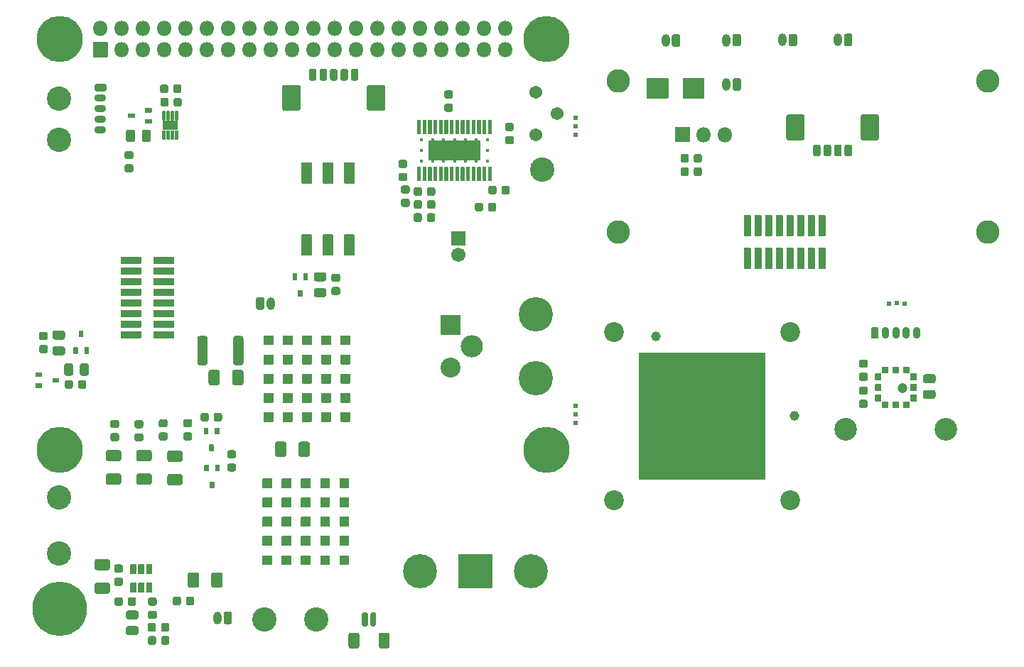
<source format=gts>
G04 #@! TF.GenerationSoftware,KiCad,Pcbnew,(5.1.10-1-10_14)*
G04 #@! TF.CreationDate,2022-08-11T15:17:29-07:00*
G04 #@! TF.ProjectId,ulc-mm,756c632d-6d6d-42e6-9b69-6361645f7063,rev?*
G04 #@! TF.SameCoordinates,Original*
G04 #@! TF.FileFunction,Soldermask,Top*
G04 #@! TF.FilePolarity,Negative*
%FSLAX46Y46*%
G04 Gerber Fmt 4.6, Leading zero omitted, Abs format (unit mm)*
G04 Created by KiCad (PCBNEW (5.1.10-1-10_14)) date 2022-08-11 15:17:29*
%MOMM*%
%LPD*%
G01*
G04 APERTURE LIST*
%ADD10C,1.201600*%
%ADD11C,4.061600*%
%ADD12C,0.401600*%
%ADD13C,0.300200*%
%ADD14O,1.801600X1.801600*%
%ADD15O,1.001600X1.501600*%
%ADD16C,2.901600*%
%ADD17C,1.701600*%
%ADD18C,1.541600*%
%ADD19C,2.381600*%
%ADD20C,4.091600*%
%ADD21C,2.641600*%
%ADD22C,2.801600*%
%ADD23C,2.362200*%
%ADD24C,1.151600*%
%ADD25C,5.501600*%
%ADD26C,6.501600*%
%ADD27C,0.609600*%
%ADD28O,1.401600X0.901600*%
%ADD29O,0.901600X1.401600*%
%ADD30C,2.701600*%
G04 APERTURE END LIST*
D10*
X303937600Y-139144400D03*
D11*
X246447900Y-160985500D03*
X259647900Y-160985500D03*
G36*
G01*
X255078700Y-159005500D02*
X255078700Y-162965500D01*
G75*
G02*
X255027900Y-163016300I-50800J0D01*
G01*
X251067900Y-163016300D01*
G75*
G02*
X251017100Y-162965500I0J50800D01*
G01*
X251017100Y-159005500D01*
G75*
G02*
X251067900Y-158954700I50800J0D01*
G01*
X255027900Y-158954700D01*
G75*
G02*
X255078700Y-159005500I0J-50800D01*
G01*
G37*
D12*
X254465900Y-110804100D03*
X254465900Y-112104100D03*
X253165900Y-112104100D03*
X251865900Y-112104100D03*
X250565900Y-112104100D03*
X249265900Y-112104100D03*
X247965900Y-112104100D03*
X246665900Y-112104100D03*
X246665900Y-110804100D03*
X254465900Y-109504100D03*
X253165900Y-109504100D03*
X251865900Y-109504100D03*
X250565900Y-109504100D03*
X249265900Y-109504100D03*
X247965900Y-109504100D03*
X246665900Y-109504100D03*
D13*
X247965900Y-110804100D03*
X249265900Y-110804100D03*
X253165900Y-110804100D03*
X251865900Y-110804100D03*
X250565900Y-110804100D03*
G36*
G01*
X247480800Y-112004100D02*
X247480800Y-109604100D01*
G75*
G02*
X247480900Y-109604000I100J0D01*
G01*
X253650900Y-109604000D01*
G75*
G02*
X253651000Y-109604100I0J-100D01*
G01*
X253651000Y-112004100D01*
G75*
G02*
X253650900Y-112004200I-100J0D01*
G01*
X247480900Y-112004200D01*
G75*
G02*
X247480800Y-112004100I0J100D01*
G01*
G37*
G36*
G01*
X246120900Y-108804100D02*
X246120900Y-107204100D01*
G75*
G02*
X246190900Y-107134100I70000J0D01*
G01*
X246490900Y-107134100D01*
G75*
G02*
X246560900Y-107204100I0J-70000D01*
G01*
X246560900Y-108804100D01*
G75*
G02*
X246490900Y-108874100I-70000J0D01*
G01*
X246190900Y-108874100D01*
G75*
G02*
X246120900Y-108804100I0J70000D01*
G01*
G37*
G36*
G01*
X246770900Y-108804100D02*
X246770900Y-107204100D01*
G75*
G02*
X246840900Y-107134100I70000J0D01*
G01*
X247140900Y-107134100D01*
G75*
G02*
X247210900Y-107204100I0J-70000D01*
G01*
X247210900Y-108804100D01*
G75*
G02*
X247140900Y-108874100I-70000J0D01*
G01*
X246840900Y-108874100D01*
G75*
G02*
X246770900Y-108804100I0J70000D01*
G01*
G37*
G36*
G01*
X247420900Y-108804100D02*
X247420900Y-107204100D01*
G75*
G02*
X247490900Y-107134100I70000J0D01*
G01*
X247790900Y-107134100D01*
G75*
G02*
X247860900Y-107204100I0J-70000D01*
G01*
X247860900Y-108804100D01*
G75*
G02*
X247790900Y-108874100I-70000J0D01*
G01*
X247490900Y-108874100D01*
G75*
G02*
X247420900Y-108804100I0J70000D01*
G01*
G37*
G36*
G01*
X248070900Y-108804100D02*
X248070900Y-107204100D01*
G75*
G02*
X248140900Y-107134100I70000J0D01*
G01*
X248440900Y-107134100D01*
G75*
G02*
X248510900Y-107204100I0J-70000D01*
G01*
X248510900Y-108804100D01*
G75*
G02*
X248440900Y-108874100I-70000J0D01*
G01*
X248140900Y-108874100D01*
G75*
G02*
X248070900Y-108804100I0J70000D01*
G01*
G37*
G36*
G01*
X248720900Y-108804100D02*
X248720900Y-107204100D01*
G75*
G02*
X248790900Y-107134100I70000J0D01*
G01*
X249090900Y-107134100D01*
G75*
G02*
X249160900Y-107204100I0J-70000D01*
G01*
X249160900Y-108804100D01*
G75*
G02*
X249090900Y-108874100I-70000J0D01*
G01*
X248790900Y-108874100D01*
G75*
G02*
X248720900Y-108804100I0J70000D01*
G01*
G37*
G36*
G01*
X249370900Y-108804100D02*
X249370900Y-107204100D01*
G75*
G02*
X249440900Y-107134100I70000J0D01*
G01*
X249740900Y-107134100D01*
G75*
G02*
X249810900Y-107204100I0J-70000D01*
G01*
X249810900Y-108804100D01*
G75*
G02*
X249740900Y-108874100I-70000J0D01*
G01*
X249440900Y-108874100D01*
G75*
G02*
X249370900Y-108804100I0J70000D01*
G01*
G37*
G36*
G01*
X250020900Y-108804100D02*
X250020900Y-107204100D01*
G75*
G02*
X250090900Y-107134100I70000J0D01*
G01*
X250390900Y-107134100D01*
G75*
G02*
X250460900Y-107204100I0J-70000D01*
G01*
X250460900Y-108804100D01*
G75*
G02*
X250390900Y-108874100I-70000J0D01*
G01*
X250090900Y-108874100D01*
G75*
G02*
X250020900Y-108804100I0J70000D01*
G01*
G37*
G36*
G01*
X250670900Y-108804100D02*
X250670900Y-107204100D01*
G75*
G02*
X250740900Y-107134100I70000J0D01*
G01*
X251040900Y-107134100D01*
G75*
G02*
X251110900Y-107204100I0J-70000D01*
G01*
X251110900Y-108804100D01*
G75*
G02*
X251040900Y-108874100I-70000J0D01*
G01*
X250740900Y-108874100D01*
G75*
G02*
X250670900Y-108804100I0J70000D01*
G01*
G37*
G36*
G01*
X251320900Y-108804100D02*
X251320900Y-107204100D01*
G75*
G02*
X251390900Y-107134100I70000J0D01*
G01*
X251690900Y-107134100D01*
G75*
G02*
X251760900Y-107204100I0J-70000D01*
G01*
X251760900Y-108804100D01*
G75*
G02*
X251690900Y-108874100I-70000J0D01*
G01*
X251390900Y-108874100D01*
G75*
G02*
X251320900Y-108804100I0J70000D01*
G01*
G37*
G36*
G01*
X251970900Y-108804100D02*
X251970900Y-107204100D01*
G75*
G02*
X252040900Y-107134100I70000J0D01*
G01*
X252340900Y-107134100D01*
G75*
G02*
X252410900Y-107204100I0J-70000D01*
G01*
X252410900Y-108804100D01*
G75*
G02*
X252340900Y-108874100I-70000J0D01*
G01*
X252040900Y-108874100D01*
G75*
G02*
X251970900Y-108804100I0J70000D01*
G01*
G37*
G36*
G01*
X252620900Y-108804100D02*
X252620900Y-107204100D01*
G75*
G02*
X252690900Y-107134100I70000J0D01*
G01*
X252990900Y-107134100D01*
G75*
G02*
X253060900Y-107204100I0J-70000D01*
G01*
X253060900Y-108804100D01*
G75*
G02*
X252990900Y-108874100I-70000J0D01*
G01*
X252690900Y-108874100D01*
G75*
G02*
X252620900Y-108804100I0J70000D01*
G01*
G37*
G36*
G01*
X253270900Y-108804100D02*
X253270900Y-107204100D01*
G75*
G02*
X253340900Y-107134100I70000J0D01*
G01*
X253640900Y-107134100D01*
G75*
G02*
X253710900Y-107204100I0J-70000D01*
G01*
X253710900Y-108804100D01*
G75*
G02*
X253640900Y-108874100I-70000J0D01*
G01*
X253340900Y-108874100D01*
G75*
G02*
X253270900Y-108804100I0J70000D01*
G01*
G37*
G36*
G01*
X253920900Y-108804100D02*
X253920900Y-107204100D01*
G75*
G02*
X253990900Y-107134100I70000J0D01*
G01*
X254290900Y-107134100D01*
G75*
G02*
X254360900Y-107204100I0J-70000D01*
G01*
X254360900Y-108804100D01*
G75*
G02*
X254290900Y-108874100I-70000J0D01*
G01*
X253990900Y-108874100D01*
G75*
G02*
X253920900Y-108804100I0J70000D01*
G01*
G37*
G36*
G01*
X254570900Y-108804100D02*
X254570900Y-107204100D01*
G75*
G02*
X254640900Y-107134100I70000J0D01*
G01*
X254940900Y-107134100D01*
G75*
G02*
X255010900Y-107204100I0J-70000D01*
G01*
X255010900Y-108804100D01*
G75*
G02*
X254940900Y-108874100I-70000J0D01*
G01*
X254640900Y-108874100D01*
G75*
G02*
X254570900Y-108804100I0J70000D01*
G01*
G37*
G36*
G01*
X254570900Y-114404100D02*
X254570900Y-112804100D01*
G75*
G02*
X254640900Y-112734100I70000J0D01*
G01*
X254940900Y-112734100D01*
G75*
G02*
X255010900Y-112804100I0J-70000D01*
G01*
X255010900Y-114404100D01*
G75*
G02*
X254940900Y-114474100I-70000J0D01*
G01*
X254640900Y-114474100D01*
G75*
G02*
X254570900Y-114404100I0J70000D01*
G01*
G37*
G36*
G01*
X253920900Y-114404100D02*
X253920900Y-112804100D01*
G75*
G02*
X253990900Y-112734100I70000J0D01*
G01*
X254290900Y-112734100D01*
G75*
G02*
X254360900Y-112804100I0J-70000D01*
G01*
X254360900Y-114404100D01*
G75*
G02*
X254290900Y-114474100I-70000J0D01*
G01*
X253990900Y-114474100D01*
G75*
G02*
X253920900Y-114404100I0J70000D01*
G01*
G37*
G36*
G01*
X253270900Y-114404100D02*
X253270900Y-112804100D01*
G75*
G02*
X253340900Y-112734100I70000J0D01*
G01*
X253640900Y-112734100D01*
G75*
G02*
X253710900Y-112804100I0J-70000D01*
G01*
X253710900Y-114404100D01*
G75*
G02*
X253640900Y-114474100I-70000J0D01*
G01*
X253340900Y-114474100D01*
G75*
G02*
X253270900Y-114404100I0J70000D01*
G01*
G37*
G36*
G01*
X252620900Y-114404100D02*
X252620900Y-112804100D01*
G75*
G02*
X252690900Y-112734100I70000J0D01*
G01*
X252990900Y-112734100D01*
G75*
G02*
X253060900Y-112804100I0J-70000D01*
G01*
X253060900Y-114404100D01*
G75*
G02*
X252990900Y-114474100I-70000J0D01*
G01*
X252690900Y-114474100D01*
G75*
G02*
X252620900Y-114404100I0J70000D01*
G01*
G37*
G36*
G01*
X251970900Y-114404100D02*
X251970900Y-112804100D01*
G75*
G02*
X252040900Y-112734100I70000J0D01*
G01*
X252340900Y-112734100D01*
G75*
G02*
X252410900Y-112804100I0J-70000D01*
G01*
X252410900Y-114404100D01*
G75*
G02*
X252340900Y-114474100I-70000J0D01*
G01*
X252040900Y-114474100D01*
G75*
G02*
X251970900Y-114404100I0J70000D01*
G01*
G37*
G36*
G01*
X251320900Y-114404100D02*
X251320900Y-112804100D01*
G75*
G02*
X251390900Y-112734100I70000J0D01*
G01*
X251690900Y-112734100D01*
G75*
G02*
X251760900Y-112804100I0J-70000D01*
G01*
X251760900Y-114404100D01*
G75*
G02*
X251690900Y-114474100I-70000J0D01*
G01*
X251390900Y-114474100D01*
G75*
G02*
X251320900Y-114404100I0J70000D01*
G01*
G37*
G36*
G01*
X250670900Y-114404100D02*
X250670900Y-112804100D01*
G75*
G02*
X250740900Y-112734100I70000J0D01*
G01*
X251040900Y-112734100D01*
G75*
G02*
X251110900Y-112804100I0J-70000D01*
G01*
X251110900Y-114404100D01*
G75*
G02*
X251040900Y-114474100I-70000J0D01*
G01*
X250740900Y-114474100D01*
G75*
G02*
X250670900Y-114404100I0J70000D01*
G01*
G37*
G36*
G01*
X250020900Y-114404100D02*
X250020900Y-112804100D01*
G75*
G02*
X250090900Y-112734100I70000J0D01*
G01*
X250390900Y-112734100D01*
G75*
G02*
X250460900Y-112804100I0J-70000D01*
G01*
X250460900Y-114404100D01*
G75*
G02*
X250390900Y-114474100I-70000J0D01*
G01*
X250090900Y-114474100D01*
G75*
G02*
X250020900Y-114404100I0J70000D01*
G01*
G37*
G36*
G01*
X249370900Y-114404100D02*
X249370900Y-112804100D01*
G75*
G02*
X249440900Y-112734100I70000J0D01*
G01*
X249740900Y-112734100D01*
G75*
G02*
X249810900Y-112804100I0J-70000D01*
G01*
X249810900Y-114404100D01*
G75*
G02*
X249740900Y-114474100I-70000J0D01*
G01*
X249440900Y-114474100D01*
G75*
G02*
X249370900Y-114404100I0J70000D01*
G01*
G37*
G36*
G01*
X248720900Y-114404100D02*
X248720900Y-112804100D01*
G75*
G02*
X248790900Y-112734100I70000J0D01*
G01*
X249090900Y-112734100D01*
G75*
G02*
X249160900Y-112804100I0J-70000D01*
G01*
X249160900Y-114404100D01*
G75*
G02*
X249090900Y-114474100I-70000J0D01*
G01*
X248790900Y-114474100D01*
G75*
G02*
X248720900Y-114404100I0J70000D01*
G01*
G37*
G36*
G01*
X248070900Y-114404100D02*
X248070900Y-112804100D01*
G75*
G02*
X248140900Y-112734100I70000J0D01*
G01*
X248440900Y-112734100D01*
G75*
G02*
X248510900Y-112804100I0J-70000D01*
G01*
X248510900Y-114404100D01*
G75*
G02*
X248440900Y-114474100I-70000J0D01*
G01*
X248140900Y-114474100D01*
G75*
G02*
X248070900Y-114404100I0J70000D01*
G01*
G37*
G36*
G01*
X247420900Y-114404100D02*
X247420900Y-112804100D01*
G75*
G02*
X247490900Y-112734100I70000J0D01*
G01*
X247790900Y-112734100D01*
G75*
G02*
X247860900Y-112804100I0J-70000D01*
G01*
X247860900Y-114404100D01*
G75*
G02*
X247790900Y-114474100I-70000J0D01*
G01*
X247490900Y-114474100D01*
G75*
G02*
X247420900Y-114404100I0J70000D01*
G01*
G37*
G36*
G01*
X246770900Y-114404100D02*
X246770900Y-112804100D01*
G75*
G02*
X246840900Y-112734100I70000J0D01*
G01*
X247140900Y-112734100D01*
G75*
G02*
X247210900Y-112804100I0J-70000D01*
G01*
X247210900Y-114404100D01*
G75*
G02*
X247140900Y-114474100I-70000J0D01*
G01*
X246840900Y-114474100D01*
G75*
G02*
X246770900Y-114404100I0J70000D01*
G01*
G37*
G36*
G01*
X246120900Y-114404100D02*
X246120900Y-112804100D01*
G75*
G02*
X246190900Y-112734100I70000J0D01*
G01*
X246490900Y-112734100D01*
G75*
G02*
X246560900Y-112804100I0J-70000D01*
G01*
X246560900Y-114404100D01*
G75*
G02*
X246490900Y-114474100I-70000J0D01*
G01*
X246190900Y-114474100D01*
G75*
G02*
X246120900Y-114404100I0J70000D01*
G01*
G37*
G36*
G01*
X215600160Y-167987990D02*
X215600160Y-167424690D01*
G75*
G02*
X215844310Y-167180540I244150J0D01*
G01*
X216332610Y-167180540D01*
G75*
G02*
X216576760Y-167424690I0J-244150D01*
G01*
X216576760Y-167987990D01*
G75*
G02*
X216332610Y-168232140I-244150J0D01*
G01*
X215844310Y-168232140D01*
G75*
G02*
X215600160Y-167987990I0J244150D01*
G01*
G37*
G36*
G01*
X214025160Y-167987990D02*
X214025160Y-167424690D01*
G75*
G02*
X214269310Y-167180540I244150J0D01*
G01*
X214757610Y-167180540D01*
G75*
G02*
X215001760Y-167424690I0J-244150D01*
G01*
X215001760Y-167987990D01*
G75*
G02*
X214757610Y-168232140I-244150J0D01*
G01*
X214269310Y-168232140D01*
G75*
G02*
X214025160Y-167987990I0J244150D01*
G01*
G37*
G36*
G01*
X250141850Y-106190800D02*
X249578550Y-106190800D01*
G75*
G02*
X249334400Y-105946650I0J244150D01*
G01*
X249334400Y-105458350D01*
G75*
G02*
X249578550Y-105214200I244150J0D01*
G01*
X250141850Y-105214200D01*
G75*
G02*
X250386000Y-105458350I0J-244150D01*
G01*
X250386000Y-105946650D01*
G75*
G02*
X250141850Y-106190800I-244150J0D01*
G01*
G37*
G36*
G01*
X250141850Y-104615800D02*
X249578550Y-104615800D01*
G75*
G02*
X249334400Y-104371650I0J244150D01*
G01*
X249334400Y-103883350D01*
G75*
G02*
X249578550Y-103639200I244150J0D01*
G01*
X250141850Y-103639200D01*
G75*
G02*
X250386000Y-103883350I0J-244150D01*
G01*
X250386000Y-104371650D01*
G75*
G02*
X250141850Y-104615800I-244150J0D01*
G01*
G37*
G36*
G01*
X207520000Y-97869200D02*
X209220000Y-97869200D01*
G75*
G02*
X209270800Y-97920000I0J-50800D01*
G01*
X209270800Y-99620000D01*
G75*
G02*
X209220000Y-99670800I-50800J0D01*
G01*
X207520000Y-99670800D01*
G75*
G02*
X207469200Y-99620000I0J50800D01*
G01*
X207469200Y-97920000D01*
G75*
G02*
X207520000Y-97869200I50800J0D01*
G01*
G37*
D14*
X208370000Y-96230000D03*
X210910000Y-98770000D03*
X210910000Y-96230000D03*
X213450000Y-98770000D03*
X213450000Y-96230000D03*
X215990000Y-98770000D03*
X215990000Y-96230000D03*
X218530000Y-98770000D03*
X218530000Y-96230000D03*
X221070000Y-98770000D03*
X221070000Y-96230000D03*
X223610000Y-98770000D03*
X223610000Y-96230000D03*
X226150000Y-98770000D03*
X226150000Y-96230000D03*
X228690000Y-98770000D03*
X228690000Y-96230000D03*
X231230000Y-98770000D03*
X231230000Y-96230000D03*
X233770000Y-98770000D03*
X233770000Y-96230000D03*
X236310000Y-98770000D03*
X236310000Y-96230000D03*
X238850000Y-98770000D03*
X238850000Y-96230000D03*
X241390000Y-98770000D03*
X241390000Y-96230000D03*
X243930000Y-98770000D03*
X243930000Y-96230000D03*
X246470000Y-98770000D03*
X246470000Y-96230000D03*
X249010000Y-98770000D03*
X249010000Y-96230000D03*
X251550000Y-98770000D03*
X251550000Y-96230000D03*
X254090000Y-98770000D03*
X254090000Y-96230000D03*
X256630000Y-98770000D03*
X256630000Y-96230000D03*
D15*
X222305960Y-166581120D03*
G36*
G01*
X224056760Y-166080720D02*
X224056760Y-167081520D01*
G75*
G02*
X223806360Y-167331920I-250400J0D01*
G01*
X223305560Y-167331920D01*
G75*
G02*
X223055160Y-167081520I0J250400D01*
G01*
X223055160Y-166080720D01*
G75*
G02*
X223305560Y-165830320I250400J0D01*
G01*
X223806360Y-165830320D01*
G75*
G02*
X224056760Y-166080720I0J-250400D01*
G01*
G37*
G36*
G01*
X216100000Y-109500800D02*
X215800000Y-109500800D01*
G75*
G02*
X215749200Y-109450000I0J50800D01*
G01*
X215749200Y-108450000D01*
G75*
G02*
X215800000Y-108399200I50800J0D01*
G01*
X216100000Y-108399200D01*
G75*
G02*
X216150800Y-108450000I0J-50800D01*
G01*
X216150800Y-109450000D01*
G75*
G02*
X216100000Y-109500800I-50800J0D01*
G01*
G37*
G36*
G01*
X216600000Y-109500800D02*
X216300000Y-109500800D01*
G75*
G02*
X216249200Y-109450000I0J50800D01*
G01*
X216249200Y-108450000D01*
G75*
G02*
X216300000Y-108399200I50800J0D01*
G01*
X216600000Y-108399200D01*
G75*
G02*
X216650800Y-108450000I0J-50800D01*
G01*
X216650800Y-109450000D01*
G75*
G02*
X216600000Y-109500800I-50800J0D01*
G01*
G37*
G36*
G01*
X217100000Y-109500800D02*
X216800000Y-109500800D01*
G75*
G02*
X216749200Y-109450000I0J50800D01*
G01*
X216749200Y-108450000D01*
G75*
G02*
X216800000Y-108399200I50800J0D01*
G01*
X217100000Y-108399200D01*
G75*
G02*
X217150800Y-108450000I0J-50800D01*
G01*
X217150800Y-109450000D01*
G75*
G02*
X217100000Y-109500800I-50800J0D01*
G01*
G37*
G36*
G01*
X217600000Y-109500800D02*
X217300000Y-109500800D01*
G75*
G02*
X217249200Y-109450000I0J50800D01*
G01*
X217249200Y-108450000D01*
G75*
G02*
X217300000Y-108399200I50800J0D01*
G01*
X217600000Y-108399200D01*
G75*
G02*
X217650800Y-108450000I0J-50800D01*
G01*
X217650800Y-109450000D01*
G75*
G02*
X217600000Y-109500800I-50800J0D01*
G01*
G37*
G36*
G01*
X217600000Y-107200800D02*
X217300000Y-107200800D01*
G75*
G02*
X217249200Y-107150000I0J50800D01*
G01*
X217249200Y-106150000D01*
G75*
G02*
X217300000Y-106099200I50800J0D01*
G01*
X217600000Y-106099200D01*
G75*
G02*
X217650800Y-106150000I0J-50800D01*
G01*
X217650800Y-107150000D01*
G75*
G02*
X217600000Y-107200800I-50800J0D01*
G01*
G37*
G36*
G01*
X217100000Y-107200800D02*
X216800000Y-107200800D01*
G75*
G02*
X216749200Y-107150000I0J50800D01*
G01*
X216749200Y-106150000D01*
G75*
G02*
X216800000Y-106099200I50800J0D01*
G01*
X217100000Y-106099200D01*
G75*
G02*
X217150800Y-106150000I0J-50800D01*
G01*
X217150800Y-107150000D01*
G75*
G02*
X217100000Y-107200800I-50800J0D01*
G01*
G37*
G36*
G01*
X216600000Y-107200800D02*
X216300000Y-107200800D01*
G75*
G02*
X216249200Y-107150000I0J50800D01*
G01*
X216249200Y-106150000D01*
G75*
G02*
X216300000Y-106099200I50800J0D01*
G01*
X216600000Y-106099200D01*
G75*
G02*
X216650800Y-106150000I0J-50800D01*
G01*
X216650800Y-107150000D01*
G75*
G02*
X216600000Y-107200800I-50800J0D01*
G01*
G37*
G36*
G01*
X216100000Y-107200800D02*
X215800000Y-107200800D01*
G75*
G02*
X215749200Y-107150000I0J50800D01*
G01*
X215749200Y-106150000D01*
G75*
G02*
X215800000Y-106099200I50800J0D01*
G01*
X216100000Y-106099200D01*
G75*
G02*
X216150800Y-106150000I0J-50800D01*
G01*
X216150800Y-107150000D01*
G75*
G02*
X216100000Y-107200800I-50800J0D01*
G01*
G37*
G36*
G01*
X217575000Y-108375800D02*
X215825000Y-108375800D01*
G75*
G02*
X215774200Y-108325000I0J50800D01*
G01*
X215774200Y-107275000D01*
G75*
G02*
X215825000Y-107224200I50800J0D01*
G01*
X217575000Y-107224200D01*
G75*
G02*
X217625800Y-107275000I0J-50800D01*
G01*
X217625800Y-108325000D01*
G75*
G02*
X217575000Y-108375800I-50800J0D01*
G01*
G37*
D16*
X227914600Y-166789400D03*
X261036200Y-113043000D03*
X203450000Y-109500000D03*
X234112200Y-166764000D03*
X203450000Y-104650000D03*
X203454400Y-158915400D03*
X203479800Y-152159000D03*
G36*
G01*
X227821100Y-133987900D02*
X227821100Y-132927900D01*
G75*
G02*
X227871900Y-132877100I50800J0D01*
G01*
X228931900Y-132877100D01*
G75*
G02*
X228982700Y-132927900I0J-50800D01*
G01*
X228982700Y-133987900D01*
G75*
G02*
X228931900Y-134038700I-50800J0D01*
G01*
X227871900Y-134038700D01*
G75*
G02*
X227821100Y-133987900I0J50800D01*
G01*
G37*
G36*
G01*
X227821100Y-136277900D02*
X227821100Y-135217900D01*
G75*
G02*
X227871900Y-135167100I50800J0D01*
G01*
X228931900Y-135167100D01*
G75*
G02*
X228982700Y-135217900I0J-50800D01*
G01*
X228982700Y-136277900D01*
G75*
G02*
X228931900Y-136328700I-50800J0D01*
G01*
X227871900Y-136328700D01*
G75*
G02*
X227821100Y-136277900I0J50800D01*
G01*
G37*
G36*
G01*
X227821100Y-138567900D02*
X227821100Y-137507900D01*
G75*
G02*
X227871900Y-137457100I50800J0D01*
G01*
X228931900Y-137457100D01*
G75*
G02*
X228982700Y-137507900I0J-50800D01*
G01*
X228982700Y-138567900D01*
G75*
G02*
X228931900Y-138618700I-50800J0D01*
G01*
X227871900Y-138618700D01*
G75*
G02*
X227821100Y-138567900I0J50800D01*
G01*
G37*
G36*
G01*
X227821100Y-140857900D02*
X227821100Y-139797900D01*
G75*
G02*
X227871900Y-139747100I50800J0D01*
G01*
X228931900Y-139747100D01*
G75*
G02*
X228982700Y-139797900I0J-50800D01*
G01*
X228982700Y-140857900D01*
G75*
G02*
X228931900Y-140908700I-50800J0D01*
G01*
X227871900Y-140908700D01*
G75*
G02*
X227821100Y-140857900I0J50800D01*
G01*
G37*
G36*
G01*
X227821100Y-143147900D02*
X227821100Y-142087900D01*
G75*
G02*
X227871900Y-142037100I50800J0D01*
G01*
X228931900Y-142037100D01*
G75*
G02*
X228982700Y-142087900I0J-50800D01*
G01*
X228982700Y-143147900D01*
G75*
G02*
X228931900Y-143198700I-50800J0D01*
G01*
X227871900Y-143198700D01*
G75*
G02*
X227821100Y-143147900I0J50800D01*
G01*
G37*
G36*
G01*
X230111100Y-133987900D02*
X230111100Y-132927900D01*
G75*
G02*
X230161900Y-132877100I50800J0D01*
G01*
X231221900Y-132877100D01*
G75*
G02*
X231272700Y-132927900I0J-50800D01*
G01*
X231272700Y-133987900D01*
G75*
G02*
X231221900Y-134038700I-50800J0D01*
G01*
X230161900Y-134038700D01*
G75*
G02*
X230111100Y-133987900I0J50800D01*
G01*
G37*
G36*
G01*
X230111100Y-136277900D02*
X230111100Y-135217900D01*
G75*
G02*
X230161900Y-135167100I50800J0D01*
G01*
X231221900Y-135167100D01*
G75*
G02*
X231272700Y-135217900I0J-50800D01*
G01*
X231272700Y-136277900D01*
G75*
G02*
X231221900Y-136328700I-50800J0D01*
G01*
X230161900Y-136328700D01*
G75*
G02*
X230111100Y-136277900I0J50800D01*
G01*
G37*
G36*
G01*
X230111100Y-138567900D02*
X230111100Y-137507900D01*
G75*
G02*
X230161900Y-137457100I50800J0D01*
G01*
X231221900Y-137457100D01*
G75*
G02*
X231272700Y-137507900I0J-50800D01*
G01*
X231272700Y-138567900D01*
G75*
G02*
X231221900Y-138618700I-50800J0D01*
G01*
X230161900Y-138618700D01*
G75*
G02*
X230111100Y-138567900I0J50800D01*
G01*
G37*
G36*
G01*
X230111100Y-140857900D02*
X230111100Y-139797900D01*
G75*
G02*
X230161900Y-139747100I50800J0D01*
G01*
X231221900Y-139747100D01*
G75*
G02*
X231272700Y-139797900I0J-50800D01*
G01*
X231272700Y-140857900D01*
G75*
G02*
X231221900Y-140908700I-50800J0D01*
G01*
X230161900Y-140908700D01*
G75*
G02*
X230111100Y-140857900I0J50800D01*
G01*
G37*
G36*
G01*
X230111100Y-143147900D02*
X230111100Y-142087900D01*
G75*
G02*
X230161900Y-142037100I50800J0D01*
G01*
X231221900Y-142037100D01*
G75*
G02*
X231272700Y-142087900I0J-50800D01*
G01*
X231272700Y-143147900D01*
G75*
G02*
X231221900Y-143198700I-50800J0D01*
G01*
X230161900Y-143198700D01*
G75*
G02*
X230111100Y-143147900I0J50800D01*
G01*
G37*
G36*
G01*
X232401100Y-133987900D02*
X232401100Y-132927900D01*
G75*
G02*
X232451900Y-132877100I50800J0D01*
G01*
X233511900Y-132877100D01*
G75*
G02*
X233562700Y-132927900I0J-50800D01*
G01*
X233562700Y-133987900D01*
G75*
G02*
X233511900Y-134038700I-50800J0D01*
G01*
X232451900Y-134038700D01*
G75*
G02*
X232401100Y-133987900I0J50800D01*
G01*
G37*
G36*
G01*
X232401100Y-136277900D02*
X232401100Y-135217900D01*
G75*
G02*
X232451900Y-135167100I50800J0D01*
G01*
X233511900Y-135167100D01*
G75*
G02*
X233562700Y-135217900I0J-50800D01*
G01*
X233562700Y-136277900D01*
G75*
G02*
X233511900Y-136328700I-50800J0D01*
G01*
X232451900Y-136328700D01*
G75*
G02*
X232401100Y-136277900I0J50800D01*
G01*
G37*
G36*
G01*
X232401100Y-138567900D02*
X232401100Y-137507900D01*
G75*
G02*
X232451900Y-137457100I50800J0D01*
G01*
X233511900Y-137457100D01*
G75*
G02*
X233562700Y-137507900I0J-50800D01*
G01*
X233562700Y-138567900D01*
G75*
G02*
X233511900Y-138618700I-50800J0D01*
G01*
X232451900Y-138618700D01*
G75*
G02*
X232401100Y-138567900I0J50800D01*
G01*
G37*
G36*
G01*
X232401100Y-140857900D02*
X232401100Y-139797900D01*
G75*
G02*
X232451900Y-139747100I50800J0D01*
G01*
X233511900Y-139747100D01*
G75*
G02*
X233562700Y-139797900I0J-50800D01*
G01*
X233562700Y-140857900D01*
G75*
G02*
X233511900Y-140908700I-50800J0D01*
G01*
X232451900Y-140908700D01*
G75*
G02*
X232401100Y-140857900I0J50800D01*
G01*
G37*
G36*
G01*
X232401100Y-143147900D02*
X232401100Y-142087900D01*
G75*
G02*
X232451900Y-142037100I50800J0D01*
G01*
X233511900Y-142037100D01*
G75*
G02*
X233562700Y-142087900I0J-50800D01*
G01*
X233562700Y-143147900D01*
G75*
G02*
X233511900Y-143198700I-50800J0D01*
G01*
X232451900Y-143198700D01*
G75*
G02*
X232401100Y-143147900I0J50800D01*
G01*
G37*
G36*
G01*
X234691100Y-133987900D02*
X234691100Y-132927900D01*
G75*
G02*
X234741900Y-132877100I50800J0D01*
G01*
X235801900Y-132877100D01*
G75*
G02*
X235852700Y-132927900I0J-50800D01*
G01*
X235852700Y-133987900D01*
G75*
G02*
X235801900Y-134038700I-50800J0D01*
G01*
X234741900Y-134038700D01*
G75*
G02*
X234691100Y-133987900I0J50800D01*
G01*
G37*
G36*
G01*
X234691100Y-136277900D02*
X234691100Y-135217900D01*
G75*
G02*
X234741900Y-135167100I50800J0D01*
G01*
X235801900Y-135167100D01*
G75*
G02*
X235852700Y-135217900I0J-50800D01*
G01*
X235852700Y-136277900D01*
G75*
G02*
X235801900Y-136328700I-50800J0D01*
G01*
X234741900Y-136328700D01*
G75*
G02*
X234691100Y-136277900I0J50800D01*
G01*
G37*
G36*
G01*
X234691100Y-138567900D02*
X234691100Y-137507900D01*
G75*
G02*
X234741900Y-137457100I50800J0D01*
G01*
X235801900Y-137457100D01*
G75*
G02*
X235852700Y-137507900I0J-50800D01*
G01*
X235852700Y-138567900D01*
G75*
G02*
X235801900Y-138618700I-50800J0D01*
G01*
X234741900Y-138618700D01*
G75*
G02*
X234691100Y-138567900I0J50800D01*
G01*
G37*
G36*
G01*
X234691100Y-140857900D02*
X234691100Y-139797900D01*
G75*
G02*
X234741900Y-139747100I50800J0D01*
G01*
X235801900Y-139747100D01*
G75*
G02*
X235852700Y-139797900I0J-50800D01*
G01*
X235852700Y-140857900D01*
G75*
G02*
X235801900Y-140908700I-50800J0D01*
G01*
X234741900Y-140908700D01*
G75*
G02*
X234691100Y-140857900I0J50800D01*
G01*
G37*
G36*
G01*
X234691100Y-143147900D02*
X234691100Y-142087900D01*
G75*
G02*
X234741900Y-142037100I50800J0D01*
G01*
X235801900Y-142037100D01*
G75*
G02*
X235852700Y-142087900I0J-50800D01*
G01*
X235852700Y-143147900D01*
G75*
G02*
X235801900Y-143198700I-50800J0D01*
G01*
X234741900Y-143198700D01*
G75*
G02*
X234691100Y-143147900I0J50800D01*
G01*
G37*
G36*
G01*
X236981100Y-133987900D02*
X236981100Y-132927900D01*
G75*
G02*
X237031900Y-132877100I50800J0D01*
G01*
X238091900Y-132877100D01*
G75*
G02*
X238142700Y-132927900I0J-50800D01*
G01*
X238142700Y-133987900D01*
G75*
G02*
X238091900Y-134038700I-50800J0D01*
G01*
X237031900Y-134038700D01*
G75*
G02*
X236981100Y-133987900I0J50800D01*
G01*
G37*
G36*
G01*
X236981100Y-136277900D02*
X236981100Y-135217900D01*
G75*
G02*
X237031900Y-135167100I50800J0D01*
G01*
X238091900Y-135167100D01*
G75*
G02*
X238142700Y-135217900I0J-50800D01*
G01*
X238142700Y-136277900D01*
G75*
G02*
X238091900Y-136328700I-50800J0D01*
G01*
X237031900Y-136328700D01*
G75*
G02*
X236981100Y-136277900I0J50800D01*
G01*
G37*
G36*
G01*
X236981100Y-138567900D02*
X236981100Y-137507900D01*
G75*
G02*
X237031900Y-137457100I50800J0D01*
G01*
X238091900Y-137457100D01*
G75*
G02*
X238142700Y-137507900I0J-50800D01*
G01*
X238142700Y-138567900D01*
G75*
G02*
X238091900Y-138618700I-50800J0D01*
G01*
X237031900Y-138618700D01*
G75*
G02*
X236981100Y-138567900I0J50800D01*
G01*
G37*
G36*
G01*
X236981100Y-140857900D02*
X236981100Y-139797900D01*
G75*
G02*
X237031900Y-139747100I50800J0D01*
G01*
X238091900Y-139747100D01*
G75*
G02*
X238142700Y-139797900I0J-50800D01*
G01*
X238142700Y-140857900D01*
G75*
G02*
X238091900Y-140908700I-50800J0D01*
G01*
X237031900Y-140908700D01*
G75*
G02*
X236981100Y-140857900I0J50800D01*
G01*
G37*
G36*
G01*
X236981100Y-143147900D02*
X236981100Y-142087900D01*
G75*
G02*
X237031900Y-142037100I50800J0D01*
G01*
X238091900Y-142037100D01*
G75*
G02*
X238142700Y-142087900I0J-50800D01*
G01*
X238142700Y-143147900D01*
G75*
G02*
X238091900Y-143198700I-50800J0D01*
G01*
X237031900Y-143198700D01*
G75*
G02*
X236981100Y-143147900I0J50800D01*
G01*
G37*
G36*
G01*
X236854100Y-160215400D02*
X236854100Y-159155400D01*
G75*
G02*
X236904900Y-159104600I50800J0D01*
G01*
X237964900Y-159104600D01*
G75*
G02*
X238015700Y-159155400I0J-50800D01*
G01*
X238015700Y-160215400D01*
G75*
G02*
X237964900Y-160266200I-50800J0D01*
G01*
X236904900Y-160266200D01*
G75*
G02*
X236854100Y-160215400I0J50800D01*
G01*
G37*
G36*
G01*
X236854100Y-157925400D02*
X236854100Y-156865400D01*
G75*
G02*
X236904900Y-156814600I50800J0D01*
G01*
X237964900Y-156814600D01*
G75*
G02*
X238015700Y-156865400I0J-50800D01*
G01*
X238015700Y-157925400D01*
G75*
G02*
X237964900Y-157976200I-50800J0D01*
G01*
X236904900Y-157976200D01*
G75*
G02*
X236854100Y-157925400I0J50800D01*
G01*
G37*
G36*
G01*
X236854100Y-155635400D02*
X236854100Y-154575400D01*
G75*
G02*
X236904900Y-154524600I50800J0D01*
G01*
X237964900Y-154524600D01*
G75*
G02*
X238015700Y-154575400I0J-50800D01*
G01*
X238015700Y-155635400D01*
G75*
G02*
X237964900Y-155686200I-50800J0D01*
G01*
X236904900Y-155686200D01*
G75*
G02*
X236854100Y-155635400I0J50800D01*
G01*
G37*
G36*
G01*
X236854100Y-153345400D02*
X236854100Y-152285400D01*
G75*
G02*
X236904900Y-152234600I50800J0D01*
G01*
X237964900Y-152234600D01*
G75*
G02*
X238015700Y-152285400I0J-50800D01*
G01*
X238015700Y-153345400D01*
G75*
G02*
X237964900Y-153396200I-50800J0D01*
G01*
X236904900Y-153396200D01*
G75*
G02*
X236854100Y-153345400I0J50800D01*
G01*
G37*
G36*
G01*
X236854100Y-151055400D02*
X236854100Y-149995400D01*
G75*
G02*
X236904900Y-149944600I50800J0D01*
G01*
X237964900Y-149944600D01*
G75*
G02*
X238015700Y-149995400I0J-50800D01*
G01*
X238015700Y-151055400D01*
G75*
G02*
X237964900Y-151106200I-50800J0D01*
G01*
X236904900Y-151106200D01*
G75*
G02*
X236854100Y-151055400I0J50800D01*
G01*
G37*
G36*
G01*
X234564100Y-160215400D02*
X234564100Y-159155400D01*
G75*
G02*
X234614900Y-159104600I50800J0D01*
G01*
X235674900Y-159104600D01*
G75*
G02*
X235725700Y-159155400I0J-50800D01*
G01*
X235725700Y-160215400D01*
G75*
G02*
X235674900Y-160266200I-50800J0D01*
G01*
X234614900Y-160266200D01*
G75*
G02*
X234564100Y-160215400I0J50800D01*
G01*
G37*
G36*
G01*
X234564100Y-157925400D02*
X234564100Y-156865400D01*
G75*
G02*
X234614900Y-156814600I50800J0D01*
G01*
X235674900Y-156814600D01*
G75*
G02*
X235725700Y-156865400I0J-50800D01*
G01*
X235725700Y-157925400D01*
G75*
G02*
X235674900Y-157976200I-50800J0D01*
G01*
X234614900Y-157976200D01*
G75*
G02*
X234564100Y-157925400I0J50800D01*
G01*
G37*
G36*
G01*
X234564100Y-155635400D02*
X234564100Y-154575400D01*
G75*
G02*
X234614900Y-154524600I50800J0D01*
G01*
X235674900Y-154524600D01*
G75*
G02*
X235725700Y-154575400I0J-50800D01*
G01*
X235725700Y-155635400D01*
G75*
G02*
X235674900Y-155686200I-50800J0D01*
G01*
X234614900Y-155686200D01*
G75*
G02*
X234564100Y-155635400I0J50800D01*
G01*
G37*
G36*
G01*
X234564100Y-153345400D02*
X234564100Y-152285400D01*
G75*
G02*
X234614900Y-152234600I50800J0D01*
G01*
X235674900Y-152234600D01*
G75*
G02*
X235725700Y-152285400I0J-50800D01*
G01*
X235725700Y-153345400D01*
G75*
G02*
X235674900Y-153396200I-50800J0D01*
G01*
X234614900Y-153396200D01*
G75*
G02*
X234564100Y-153345400I0J50800D01*
G01*
G37*
G36*
G01*
X234564100Y-151055400D02*
X234564100Y-149995400D01*
G75*
G02*
X234614900Y-149944600I50800J0D01*
G01*
X235674900Y-149944600D01*
G75*
G02*
X235725700Y-149995400I0J-50800D01*
G01*
X235725700Y-151055400D01*
G75*
G02*
X235674900Y-151106200I-50800J0D01*
G01*
X234614900Y-151106200D01*
G75*
G02*
X234564100Y-151055400I0J50800D01*
G01*
G37*
G36*
G01*
X232274100Y-160215400D02*
X232274100Y-159155400D01*
G75*
G02*
X232324900Y-159104600I50800J0D01*
G01*
X233384900Y-159104600D01*
G75*
G02*
X233435700Y-159155400I0J-50800D01*
G01*
X233435700Y-160215400D01*
G75*
G02*
X233384900Y-160266200I-50800J0D01*
G01*
X232324900Y-160266200D01*
G75*
G02*
X232274100Y-160215400I0J50800D01*
G01*
G37*
G36*
G01*
X232274100Y-157925400D02*
X232274100Y-156865400D01*
G75*
G02*
X232324900Y-156814600I50800J0D01*
G01*
X233384900Y-156814600D01*
G75*
G02*
X233435700Y-156865400I0J-50800D01*
G01*
X233435700Y-157925400D01*
G75*
G02*
X233384900Y-157976200I-50800J0D01*
G01*
X232324900Y-157976200D01*
G75*
G02*
X232274100Y-157925400I0J50800D01*
G01*
G37*
G36*
G01*
X232274100Y-155635400D02*
X232274100Y-154575400D01*
G75*
G02*
X232324900Y-154524600I50800J0D01*
G01*
X233384900Y-154524600D01*
G75*
G02*
X233435700Y-154575400I0J-50800D01*
G01*
X233435700Y-155635400D01*
G75*
G02*
X233384900Y-155686200I-50800J0D01*
G01*
X232324900Y-155686200D01*
G75*
G02*
X232274100Y-155635400I0J50800D01*
G01*
G37*
G36*
G01*
X232274100Y-153345400D02*
X232274100Y-152285400D01*
G75*
G02*
X232324900Y-152234600I50800J0D01*
G01*
X233384900Y-152234600D01*
G75*
G02*
X233435700Y-152285400I0J-50800D01*
G01*
X233435700Y-153345400D01*
G75*
G02*
X233384900Y-153396200I-50800J0D01*
G01*
X232324900Y-153396200D01*
G75*
G02*
X232274100Y-153345400I0J50800D01*
G01*
G37*
G36*
G01*
X232274100Y-151055400D02*
X232274100Y-149995400D01*
G75*
G02*
X232324900Y-149944600I50800J0D01*
G01*
X233384900Y-149944600D01*
G75*
G02*
X233435700Y-149995400I0J-50800D01*
G01*
X233435700Y-151055400D01*
G75*
G02*
X233384900Y-151106200I-50800J0D01*
G01*
X232324900Y-151106200D01*
G75*
G02*
X232274100Y-151055400I0J50800D01*
G01*
G37*
G36*
G01*
X229984100Y-160215400D02*
X229984100Y-159155400D01*
G75*
G02*
X230034900Y-159104600I50800J0D01*
G01*
X231094900Y-159104600D01*
G75*
G02*
X231145700Y-159155400I0J-50800D01*
G01*
X231145700Y-160215400D01*
G75*
G02*
X231094900Y-160266200I-50800J0D01*
G01*
X230034900Y-160266200D01*
G75*
G02*
X229984100Y-160215400I0J50800D01*
G01*
G37*
G36*
G01*
X229984100Y-157925400D02*
X229984100Y-156865400D01*
G75*
G02*
X230034900Y-156814600I50800J0D01*
G01*
X231094900Y-156814600D01*
G75*
G02*
X231145700Y-156865400I0J-50800D01*
G01*
X231145700Y-157925400D01*
G75*
G02*
X231094900Y-157976200I-50800J0D01*
G01*
X230034900Y-157976200D01*
G75*
G02*
X229984100Y-157925400I0J50800D01*
G01*
G37*
G36*
G01*
X229984100Y-155635400D02*
X229984100Y-154575400D01*
G75*
G02*
X230034900Y-154524600I50800J0D01*
G01*
X231094900Y-154524600D01*
G75*
G02*
X231145700Y-154575400I0J-50800D01*
G01*
X231145700Y-155635400D01*
G75*
G02*
X231094900Y-155686200I-50800J0D01*
G01*
X230034900Y-155686200D01*
G75*
G02*
X229984100Y-155635400I0J50800D01*
G01*
G37*
G36*
G01*
X229984100Y-153345400D02*
X229984100Y-152285400D01*
G75*
G02*
X230034900Y-152234600I50800J0D01*
G01*
X231094900Y-152234600D01*
G75*
G02*
X231145700Y-152285400I0J-50800D01*
G01*
X231145700Y-153345400D01*
G75*
G02*
X231094900Y-153396200I-50800J0D01*
G01*
X230034900Y-153396200D01*
G75*
G02*
X229984100Y-153345400I0J50800D01*
G01*
G37*
G36*
G01*
X229984100Y-151055400D02*
X229984100Y-149995400D01*
G75*
G02*
X230034900Y-149944600I50800J0D01*
G01*
X231094900Y-149944600D01*
G75*
G02*
X231145700Y-149995400I0J-50800D01*
G01*
X231145700Y-151055400D01*
G75*
G02*
X231094900Y-151106200I-50800J0D01*
G01*
X230034900Y-151106200D01*
G75*
G02*
X229984100Y-151055400I0J50800D01*
G01*
G37*
G36*
G01*
X227694100Y-160215400D02*
X227694100Y-159155400D01*
G75*
G02*
X227744900Y-159104600I50800J0D01*
G01*
X228804900Y-159104600D01*
G75*
G02*
X228855700Y-159155400I0J-50800D01*
G01*
X228855700Y-160215400D01*
G75*
G02*
X228804900Y-160266200I-50800J0D01*
G01*
X227744900Y-160266200D01*
G75*
G02*
X227694100Y-160215400I0J50800D01*
G01*
G37*
G36*
G01*
X227694100Y-157925400D02*
X227694100Y-156865400D01*
G75*
G02*
X227744900Y-156814600I50800J0D01*
G01*
X228804900Y-156814600D01*
G75*
G02*
X228855700Y-156865400I0J-50800D01*
G01*
X228855700Y-157925400D01*
G75*
G02*
X228804900Y-157976200I-50800J0D01*
G01*
X227744900Y-157976200D01*
G75*
G02*
X227694100Y-157925400I0J50800D01*
G01*
G37*
G36*
G01*
X227694100Y-155635400D02*
X227694100Y-154575400D01*
G75*
G02*
X227744900Y-154524600I50800J0D01*
G01*
X228804900Y-154524600D01*
G75*
G02*
X228855700Y-154575400I0J-50800D01*
G01*
X228855700Y-155635400D01*
G75*
G02*
X228804900Y-155686200I-50800J0D01*
G01*
X227744900Y-155686200D01*
G75*
G02*
X227694100Y-155635400I0J50800D01*
G01*
G37*
G36*
G01*
X227694100Y-153345400D02*
X227694100Y-152285400D01*
G75*
G02*
X227744900Y-152234600I50800J0D01*
G01*
X228804900Y-152234600D01*
G75*
G02*
X228855700Y-152285400I0J-50800D01*
G01*
X228855700Y-153345400D01*
G75*
G02*
X228804900Y-153396200I-50800J0D01*
G01*
X227744900Y-153396200D01*
G75*
G02*
X227694100Y-153345400I0J50800D01*
G01*
G37*
G36*
G01*
X227694100Y-151055400D02*
X227694100Y-149995400D01*
G75*
G02*
X227744900Y-149944600I50800J0D01*
G01*
X228804900Y-149944600D01*
G75*
G02*
X228855700Y-149995400I0J-50800D01*
G01*
X228855700Y-151055400D01*
G75*
G02*
X228804900Y-151106200I-50800J0D01*
G01*
X227744900Y-151106200D01*
G75*
G02*
X227694100Y-151055400I0J50800D01*
G01*
G37*
G36*
G01*
X213876460Y-160194540D02*
X214526460Y-160194540D01*
G75*
G02*
X214577260Y-160245340I0J-50800D01*
G01*
X214577260Y-161305340D01*
G75*
G02*
X214526460Y-161356140I-50800J0D01*
G01*
X213876460Y-161356140D01*
G75*
G02*
X213825660Y-161305340I0J50800D01*
G01*
X213825660Y-160245340D01*
G75*
G02*
X213876460Y-160194540I50800J0D01*
G01*
G37*
G36*
G01*
X212926460Y-160194540D02*
X213576460Y-160194540D01*
G75*
G02*
X213627260Y-160245340I0J-50800D01*
G01*
X213627260Y-161305340D01*
G75*
G02*
X213576460Y-161356140I-50800J0D01*
G01*
X212926460Y-161356140D01*
G75*
G02*
X212875660Y-161305340I0J50800D01*
G01*
X212875660Y-160245340D01*
G75*
G02*
X212926460Y-160194540I50800J0D01*
G01*
G37*
G36*
G01*
X211976460Y-160194540D02*
X212626460Y-160194540D01*
G75*
G02*
X212677260Y-160245340I0J-50800D01*
G01*
X212677260Y-161305340D01*
G75*
G02*
X212626460Y-161356140I-50800J0D01*
G01*
X211976460Y-161356140D01*
G75*
G02*
X211925660Y-161305340I0J50800D01*
G01*
X211925660Y-160245340D01*
G75*
G02*
X211976460Y-160194540I50800J0D01*
G01*
G37*
G36*
G01*
X211976460Y-162394540D02*
X212626460Y-162394540D01*
G75*
G02*
X212677260Y-162445340I0J-50800D01*
G01*
X212677260Y-163505340D01*
G75*
G02*
X212626460Y-163556140I-50800J0D01*
G01*
X211976460Y-163556140D01*
G75*
G02*
X211925660Y-163505340I0J50800D01*
G01*
X211925660Y-162445340D01*
G75*
G02*
X211976460Y-162394540I50800J0D01*
G01*
G37*
G36*
G01*
X213876460Y-162394540D02*
X214526460Y-162394540D01*
G75*
G02*
X214577260Y-162445340I0J-50800D01*
G01*
X214577260Y-163505340D01*
G75*
G02*
X214526460Y-163556140I-50800J0D01*
G01*
X213876460Y-163556140D01*
G75*
G02*
X213825660Y-163505340I0J50800D01*
G01*
X213825660Y-162445340D01*
G75*
G02*
X213876460Y-162394540I50800J0D01*
G01*
G37*
G36*
G01*
X212926460Y-162394540D02*
X213576460Y-162394540D01*
G75*
G02*
X213627260Y-162445340I0J-50800D01*
G01*
X213627260Y-163505340D01*
G75*
G02*
X213576460Y-163556140I-50800J0D01*
G01*
X212926460Y-163556140D01*
G75*
G02*
X212875660Y-163505340I0J50800D01*
G01*
X212875660Y-162445340D01*
G75*
G02*
X212926460Y-162394540I50800J0D01*
G01*
G37*
G36*
G01*
X233120300Y-125523300D02*
X233120300Y-126223300D01*
G75*
G02*
X233069500Y-126274100I-50800J0D01*
G01*
X232619500Y-126274100D01*
G75*
G02*
X232568700Y-126223300I0J50800D01*
G01*
X232568700Y-125523300D01*
G75*
G02*
X232619500Y-125472500I50800J0D01*
G01*
X233069500Y-125472500D01*
G75*
G02*
X233120300Y-125523300I0J-50800D01*
G01*
G37*
G36*
G01*
X231820300Y-125523300D02*
X231820300Y-126223300D01*
G75*
G02*
X231769500Y-126274100I-50800J0D01*
G01*
X231319500Y-126274100D01*
G75*
G02*
X231268700Y-126223300I0J50800D01*
G01*
X231268700Y-125523300D01*
G75*
G02*
X231319500Y-125472500I50800J0D01*
G01*
X231769500Y-125472500D01*
G75*
G02*
X231820300Y-125523300I0J-50800D01*
G01*
G37*
G36*
G01*
X232470300Y-127523300D02*
X232470300Y-128223300D01*
G75*
G02*
X232419500Y-128274100I-50800J0D01*
G01*
X231969500Y-128274100D01*
G75*
G02*
X231918700Y-128223300I0J50800D01*
G01*
X231918700Y-127523300D01*
G75*
G02*
X231969500Y-127472500I50800J0D01*
G01*
X232419500Y-127472500D01*
G75*
G02*
X232470300Y-127523300I0J-50800D01*
G01*
G37*
G36*
G01*
X213270800Y-123515000D02*
X213270800Y-124255000D01*
G75*
G02*
X213220000Y-124305800I-50800J0D01*
G01*
X210820000Y-124305800D01*
G75*
G02*
X210769200Y-124255000I0J50800D01*
G01*
X210769200Y-123515000D01*
G75*
G02*
X210820000Y-123464200I50800J0D01*
G01*
X213220000Y-123464200D01*
G75*
G02*
X213270800Y-123515000I0J-50800D01*
G01*
G37*
G36*
G01*
X217170800Y-123515000D02*
X217170800Y-124255000D01*
G75*
G02*
X217120000Y-124305800I-50800J0D01*
G01*
X214720000Y-124305800D01*
G75*
G02*
X214669200Y-124255000I0J50800D01*
G01*
X214669200Y-123515000D01*
G75*
G02*
X214720000Y-123464200I50800J0D01*
G01*
X217120000Y-123464200D01*
G75*
G02*
X217170800Y-123515000I0J-50800D01*
G01*
G37*
G36*
G01*
X213270800Y-124785000D02*
X213270800Y-125525000D01*
G75*
G02*
X213220000Y-125575800I-50800J0D01*
G01*
X210820000Y-125575800D01*
G75*
G02*
X210769200Y-125525000I0J50800D01*
G01*
X210769200Y-124785000D01*
G75*
G02*
X210820000Y-124734200I50800J0D01*
G01*
X213220000Y-124734200D01*
G75*
G02*
X213270800Y-124785000I0J-50800D01*
G01*
G37*
G36*
G01*
X217170800Y-124785000D02*
X217170800Y-125525000D01*
G75*
G02*
X217120000Y-125575800I-50800J0D01*
G01*
X214720000Y-125575800D01*
G75*
G02*
X214669200Y-125525000I0J50800D01*
G01*
X214669200Y-124785000D01*
G75*
G02*
X214720000Y-124734200I50800J0D01*
G01*
X217120000Y-124734200D01*
G75*
G02*
X217170800Y-124785000I0J-50800D01*
G01*
G37*
G36*
G01*
X213270800Y-126055000D02*
X213270800Y-126795000D01*
G75*
G02*
X213220000Y-126845800I-50800J0D01*
G01*
X210820000Y-126845800D01*
G75*
G02*
X210769200Y-126795000I0J50800D01*
G01*
X210769200Y-126055000D01*
G75*
G02*
X210820000Y-126004200I50800J0D01*
G01*
X213220000Y-126004200D01*
G75*
G02*
X213270800Y-126055000I0J-50800D01*
G01*
G37*
G36*
G01*
X217170800Y-126055000D02*
X217170800Y-126795000D01*
G75*
G02*
X217120000Y-126845800I-50800J0D01*
G01*
X214720000Y-126845800D01*
G75*
G02*
X214669200Y-126795000I0J50800D01*
G01*
X214669200Y-126055000D01*
G75*
G02*
X214720000Y-126004200I50800J0D01*
G01*
X217120000Y-126004200D01*
G75*
G02*
X217170800Y-126055000I0J-50800D01*
G01*
G37*
G36*
G01*
X213270800Y-127325000D02*
X213270800Y-128065000D01*
G75*
G02*
X213220000Y-128115800I-50800J0D01*
G01*
X210820000Y-128115800D01*
G75*
G02*
X210769200Y-128065000I0J50800D01*
G01*
X210769200Y-127325000D01*
G75*
G02*
X210820000Y-127274200I50800J0D01*
G01*
X213220000Y-127274200D01*
G75*
G02*
X213270800Y-127325000I0J-50800D01*
G01*
G37*
G36*
G01*
X217170800Y-127325000D02*
X217170800Y-128065000D01*
G75*
G02*
X217120000Y-128115800I-50800J0D01*
G01*
X214720000Y-128115800D01*
G75*
G02*
X214669200Y-128065000I0J50800D01*
G01*
X214669200Y-127325000D01*
G75*
G02*
X214720000Y-127274200I50800J0D01*
G01*
X217120000Y-127274200D01*
G75*
G02*
X217170800Y-127325000I0J-50800D01*
G01*
G37*
G36*
G01*
X213270800Y-128595000D02*
X213270800Y-129335000D01*
G75*
G02*
X213220000Y-129385800I-50800J0D01*
G01*
X210820000Y-129385800D01*
G75*
G02*
X210769200Y-129335000I0J50800D01*
G01*
X210769200Y-128595000D01*
G75*
G02*
X210820000Y-128544200I50800J0D01*
G01*
X213220000Y-128544200D01*
G75*
G02*
X213270800Y-128595000I0J-50800D01*
G01*
G37*
G36*
G01*
X217170800Y-128595000D02*
X217170800Y-129335000D01*
G75*
G02*
X217120000Y-129385800I-50800J0D01*
G01*
X214720000Y-129385800D01*
G75*
G02*
X214669200Y-129335000I0J50800D01*
G01*
X214669200Y-128595000D01*
G75*
G02*
X214720000Y-128544200I50800J0D01*
G01*
X217120000Y-128544200D01*
G75*
G02*
X217170800Y-128595000I0J-50800D01*
G01*
G37*
G36*
G01*
X213270800Y-129865000D02*
X213270800Y-130605000D01*
G75*
G02*
X213220000Y-130655800I-50800J0D01*
G01*
X210820000Y-130655800D01*
G75*
G02*
X210769200Y-130605000I0J50800D01*
G01*
X210769200Y-129865000D01*
G75*
G02*
X210820000Y-129814200I50800J0D01*
G01*
X213220000Y-129814200D01*
G75*
G02*
X213270800Y-129865000I0J-50800D01*
G01*
G37*
G36*
G01*
X217170800Y-129865000D02*
X217170800Y-130605000D01*
G75*
G02*
X217120000Y-130655800I-50800J0D01*
G01*
X214720000Y-130655800D01*
G75*
G02*
X214669200Y-130605000I0J50800D01*
G01*
X214669200Y-129865000D01*
G75*
G02*
X214720000Y-129814200I50800J0D01*
G01*
X217120000Y-129814200D01*
G75*
G02*
X217170800Y-129865000I0J-50800D01*
G01*
G37*
G36*
G01*
X213270800Y-131135000D02*
X213270800Y-131875000D01*
G75*
G02*
X213220000Y-131925800I-50800J0D01*
G01*
X210820000Y-131925800D01*
G75*
G02*
X210769200Y-131875000I0J50800D01*
G01*
X210769200Y-131135000D01*
G75*
G02*
X210820000Y-131084200I50800J0D01*
G01*
X213220000Y-131084200D01*
G75*
G02*
X213270800Y-131135000I0J-50800D01*
G01*
G37*
G36*
G01*
X217170800Y-131135000D02*
X217170800Y-131875000D01*
G75*
G02*
X217120000Y-131925800I-50800J0D01*
G01*
X214720000Y-131925800D01*
G75*
G02*
X214669200Y-131875000I0J50800D01*
G01*
X214669200Y-131135000D01*
G75*
G02*
X214720000Y-131084200I50800J0D01*
G01*
X217120000Y-131084200D01*
G75*
G02*
X217170800Y-131135000I0J-50800D01*
G01*
G37*
G36*
G01*
X213270800Y-132405000D02*
X213270800Y-133145000D01*
G75*
G02*
X213220000Y-133195800I-50800J0D01*
G01*
X210820000Y-133195800D01*
G75*
G02*
X210769200Y-133145000I0J50800D01*
G01*
X210769200Y-132405000D01*
G75*
G02*
X210820000Y-132354200I50800J0D01*
G01*
X213220000Y-132354200D01*
G75*
G02*
X213270800Y-132405000I0J-50800D01*
G01*
G37*
G36*
G01*
X217170800Y-132405000D02*
X217170800Y-133145000D01*
G75*
G02*
X217120000Y-133195800I-50800J0D01*
G01*
X214720000Y-133195800D01*
G75*
G02*
X214669200Y-133145000I0J50800D01*
G01*
X214669200Y-132405000D01*
G75*
G02*
X214720000Y-132354200I50800J0D01*
G01*
X217120000Y-132354200D01*
G75*
G02*
X217170800Y-132405000I0J-50800D01*
G01*
G37*
G36*
G01*
X226918500Y-129558100D02*
X226918500Y-128557300D01*
G75*
G02*
X227168900Y-128306900I250400J0D01*
G01*
X227669700Y-128306900D01*
G75*
G02*
X227920100Y-128557300I0J-250400D01*
G01*
X227920100Y-129558100D01*
G75*
G02*
X227669700Y-129808500I-250400J0D01*
G01*
X227168900Y-129808500D01*
G75*
G02*
X226918500Y-129558100I0J250400D01*
G01*
G37*
D15*
X228669300Y-129057700D03*
G36*
G01*
X246682700Y-118532450D02*
X246682700Y-119095750D01*
G75*
G02*
X246438550Y-119339900I-244150J0D01*
G01*
X245950250Y-119339900D01*
G75*
G02*
X245706100Y-119095750I0J244150D01*
G01*
X245706100Y-118532450D01*
G75*
G02*
X245950250Y-118288300I244150J0D01*
G01*
X246438550Y-118288300D01*
G75*
G02*
X246682700Y-118532450I0J-244150D01*
G01*
G37*
G36*
G01*
X248257700Y-118532450D02*
X248257700Y-119095750D01*
G75*
G02*
X248013550Y-119339900I-244150J0D01*
G01*
X247525250Y-119339900D01*
G75*
G02*
X247281100Y-119095750I0J244150D01*
G01*
X247281100Y-118532450D01*
G75*
G02*
X247525250Y-118288300I244150J0D01*
G01*
X248013550Y-118288300D01*
G75*
G02*
X248257700Y-118532450I0J-244150D01*
G01*
G37*
G36*
G01*
X244130250Y-111911980D02*
X244693550Y-111911980D01*
G75*
G02*
X244937700Y-112156130I0J-244150D01*
G01*
X244937700Y-112644430D01*
G75*
G02*
X244693550Y-112888580I-244150J0D01*
G01*
X244130250Y-112888580D01*
G75*
G02*
X243886100Y-112644430I0J244150D01*
G01*
X243886100Y-112156130D01*
G75*
G02*
X244130250Y-111911980I244150J0D01*
G01*
G37*
G36*
G01*
X244130250Y-113486980D02*
X244693550Y-113486980D01*
G75*
G02*
X244937700Y-113731130I0J-244150D01*
G01*
X244937700Y-114219430D01*
G75*
G02*
X244693550Y-114463580I-244150J0D01*
G01*
X244130250Y-114463580D01*
G75*
G02*
X243886100Y-114219430I0J244150D01*
G01*
X243886100Y-113731130D01*
G75*
G02*
X244130250Y-113486980I244150J0D01*
G01*
G37*
G36*
G01*
X216143950Y-145421100D02*
X215580650Y-145421100D01*
G75*
G02*
X215336500Y-145176950I0J244150D01*
G01*
X215336500Y-144688650D01*
G75*
G02*
X215580650Y-144444500I244150J0D01*
G01*
X216143950Y-144444500D01*
G75*
G02*
X216388100Y-144688650I0J-244150D01*
G01*
X216388100Y-145176950D01*
G75*
G02*
X216143950Y-145421100I-244150J0D01*
G01*
G37*
G36*
G01*
X216143950Y-143846100D02*
X215580650Y-143846100D01*
G75*
G02*
X215336500Y-143601950I0J244150D01*
G01*
X215336500Y-143113650D01*
G75*
G02*
X215580650Y-142869500I244150J0D01*
G01*
X216143950Y-142869500D01*
G75*
G02*
X216388100Y-143113650I0J-244150D01*
G01*
X216388100Y-143601950D01*
G75*
G02*
X216143950Y-143846100I-244150J0D01*
G01*
G37*
G36*
G01*
X224066800Y-138552380D02*
X224066800Y-137241420D01*
G75*
G02*
X224337120Y-136971100I270320J0D01*
G01*
X225148080Y-136971100D01*
G75*
G02*
X225418400Y-137241420I0J-270320D01*
G01*
X225418400Y-138552380D01*
G75*
G02*
X225148080Y-138822700I-270320J0D01*
G01*
X224337120Y-138822700D01*
G75*
G02*
X224066800Y-138552380I0J270320D01*
G01*
G37*
G36*
G01*
X221266800Y-138552380D02*
X221266800Y-137241420D01*
G75*
G02*
X221537120Y-136971100I270320J0D01*
G01*
X222348080Y-136971100D01*
G75*
G02*
X222618400Y-137241420I0J-270320D01*
G01*
X222618400Y-138552380D01*
G75*
G02*
X222348080Y-138822700I-270320J0D01*
G01*
X221537120Y-138822700D01*
G75*
G02*
X221266800Y-138552380I0J270320D01*
G01*
G37*
G36*
G01*
X245726900Y-117528350D02*
X245726900Y-116965050D01*
G75*
G02*
X245971050Y-116720900I244150J0D01*
G01*
X246459350Y-116720900D01*
G75*
G02*
X246703500Y-116965050I0J-244150D01*
G01*
X246703500Y-117528350D01*
G75*
G02*
X246459350Y-117772500I-244150J0D01*
G01*
X245971050Y-117772500D01*
G75*
G02*
X245726900Y-117528350I0J244150D01*
G01*
G37*
G36*
G01*
X247301900Y-117528350D02*
X247301900Y-116965050D01*
G75*
G02*
X247546050Y-116720900I244150J0D01*
G01*
X248034350Y-116720900D01*
G75*
G02*
X248278500Y-116965050I0J-244150D01*
G01*
X248278500Y-117528350D01*
G75*
G02*
X248034350Y-117772500I-244150J0D01*
G01*
X247546050Y-117772500D01*
G75*
G02*
X247301900Y-117528350I0J244150D01*
G01*
G37*
G36*
G01*
X256830250Y-107512700D02*
X257393550Y-107512700D01*
G75*
G02*
X257637700Y-107756850I0J-244150D01*
G01*
X257637700Y-108245150D01*
G75*
G02*
X257393550Y-108489300I-244150J0D01*
G01*
X256830250Y-108489300D01*
G75*
G02*
X256586100Y-108245150I0J244150D01*
G01*
X256586100Y-107756850D01*
G75*
G02*
X256830250Y-107512700I244150J0D01*
G01*
G37*
G36*
G01*
X256830250Y-109087700D02*
X257393550Y-109087700D01*
G75*
G02*
X257637700Y-109331850I0J-244150D01*
G01*
X257637700Y-109820150D01*
G75*
G02*
X257393550Y-110064300I-244150J0D01*
G01*
X256830250Y-110064300D01*
G75*
G02*
X256586100Y-109820150I0J244150D01*
G01*
X256586100Y-109331850D01*
G75*
G02*
X256830250Y-109087700I244150J0D01*
G01*
G37*
G36*
G01*
X255547700Y-117282450D02*
X255547700Y-117845750D01*
G75*
G02*
X255303550Y-118089900I-244150J0D01*
G01*
X254815250Y-118089900D01*
G75*
G02*
X254571100Y-117845750I0J244150D01*
G01*
X254571100Y-117282450D01*
G75*
G02*
X254815250Y-117038300I244150J0D01*
G01*
X255303550Y-117038300D01*
G75*
G02*
X255547700Y-117282450I0J-244150D01*
G01*
G37*
G36*
G01*
X253972700Y-117282450D02*
X253972700Y-117845750D01*
G75*
G02*
X253728550Y-118089900I-244150J0D01*
G01*
X253240250Y-118089900D01*
G75*
G02*
X252996100Y-117845750I0J244150D01*
G01*
X252996100Y-117282450D01*
G75*
G02*
X253240250Y-117038300I244150J0D01*
G01*
X253728550Y-117038300D01*
G75*
G02*
X253972700Y-117282450I0J-244150D01*
G01*
G37*
G36*
G01*
X209814850Y-142945700D02*
X210378150Y-142945700D01*
G75*
G02*
X210622300Y-143189850I0J-244150D01*
G01*
X210622300Y-143678150D01*
G75*
G02*
X210378150Y-143922300I-244150J0D01*
G01*
X209814850Y-143922300D01*
G75*
G02*
X209570700Y-143678150I0J244150D01*
G01*
X209570700Y-143189850D01*
G75*
G02*
X209814850Y-142945700I244150J0D01*
G01*
G37*
G36*
G01*
X209814850Y-144520700D02*
X210378150Y-144520700D01*
G75*
G02*
X210622300Y-144764850I0J-244150D01*
G01*
X210622300Y-145253150D01*
G75*
G02*
X210378150Y-145497300I-244150J0D01*
G01*
X209814850Y-145497300D01*
G75*
G02*
X209570700Y-145253150I0J244150D01*
G01*
X209570700Y-144764850D01*
G75*
G02*
X209814850Y-144520700I244150J0D01*
G01*
G37*
G36*
G01*
X212685050Y-144546100D02*
X213248350Y-144546100D01*
G75*
G02*
X213492500Y-144790250I0J-244150D01*
G01*
X213492500Y-145278550D01*
G75*
G02*
X213248350Y-145522700I-244150J0D01*
G01*
X212685050Y-145522700D01*
G75*
G02*
X212440900Y-145278550I0J244150D01*
G01*
X212440900Y-144790250D01*
G75*
G02*
X212685050Y-144546100I244150J0D01*
G01*
G37*
G36*
G01*
X212685050Y-142971100D02*
X213248350Y-142971100D01*
G75*
G02*
X213492500Y-143215250I0J-244150D01*
G01*
X213492500Y-143703550D01*
G75*
G02*
X213248350Y-143947700I-244150J0D01*
G01*
X212685050Y-143947700D01*
G75*
G02*
X212440900Y-143703550I0J244150D01*
G01*
X212440900Y-143215250D01*
G75*
G02*
X212685050Y-142971100I244150J0D01*
G01*
G37*
G36*
G01*
X250241900Y-120423300D02*
X251841900Y-120423300D01*
G75*
G02*
X251892700Y-120474100I0J-50800D01*
G01*
X251892700Y-122074100D01*
G75*
G02*
X251841900Y-122124900I-50800J0D01*
G01*
X250241900Y-122124900D01*
G75*
G02*
X250191100Y-122074100I0J50800D01*
G01*
X250191100Y-120474100D01*
G75*
G02*
X250241900Y-120423300I50800J0D01*
G01*
G37*
D17*
X251041900Y-123274100D03*
G36*
G01*
X217063200Y-103723450D02*
X217063200Y-103160150D01*
G75*
G02*
X217307350Y-102916000I244150J0D01*
G01*
X217795650Y-102916000D01*
G75*
G02*
X218039800Y-103160150I0J-244150D01*
G01*
X218039800Y-103723450D01*
G75*
G02*
X217795650Y-103967600I-244150J0D01*
G01*
X217307350Y-103967600D01*
G75*
G02*
X217063200Y-103723450I0J244150D01*
G01*
G37*
G36*
G01*
X215488200Y-103723450D02*
X215488200Y-103160150D01*
G75*
G02*
X215732350Y-102916000I244150J0D01*
G01*
X216220650Y-102916000D01*
G75*
G02*
X216464800Y-103160150I0J-244150D01*
G01*
X216464800Y-103723450D01*
G75*
G02*
X216220650Y-103967600I-244150J0D01*
G01*
X215732350Y-103967600D01*
G75*
G02*
X215488200Y-103723450I0J244150D01*
G01*
G37*
G36*
G01*
X207945980Y-159549540D02*
X209256940Y-159549540D01*
G75*
G02*
X209527260Y-159819860I0J-270320D01*
G01*
X209527260Y-160630820D01*
G75*
G02*
X209256940Y-160901140I-270320J0D01*
G01*
X207945980Y-160901140D01*
G75*
G02*
X207675660Y-160630820I0J270320D01*
G01*
X207675660Y-159819860D01*
G75*
G02*
X207945980Y-159549540I270320J0D01*
G01*
G37*
G36*
G01*
X207945980Y-162349540D02*
X209256940Y-162349540D01*
G75*
G02*
X209527260Y-162619860I0J-270320D01*
G01*
X209527260Y-163430820D01*
G75*
G02*
X209256940Y-163701140I-270320J0D01*
G01*
X207945980Y-163701140D01*
G75*
G02*
X207675660Y-163430820I0J270320D01*
G01*
X207675660Y-162619860D01*
G75*
G02*
X207945980Y-162349540I270320J0D01*
G01*
G37*
G36*
G01*
X210269810Y-161774540D02*
X210833110Y-161774540D01*
G75*
G02*
X211077260Y-162018690I0J-244150D01*
G01*
X211077260Y-162506990D01*
G75*
G02*
X210833110Y-162751140I-244150J0D01*
G01*
X210269810Y-162751140D01*
G75*
G02*
X210025660Y-162506990I0J244150D01*
G01*
X210025660Y-162018690D01*
G75*
G02*
X210269810Y-161774540I244150J0D01*
G01*
G37*
G36*
G01*
X210269810Y-160199540D02*
X210833110Y-160199540D01*
G75*
G02*
X211077260Y-160443690I0J-244150D01*
G01*
X211077260Y-160931990D01*
G75*
G02*
X210833110Y-161176140I-244150J0D01*
G01*
X210269810Y-161176140D01*
G75*
G02*
X210025660Y-160931990I0J244150D01*
G01*
X210025660Y-160443690D01*
G75*
G02*
X210269810Y-160199540I244150J0D01*
G01*
G37*
G36*
G01*
X214295410Y-165719540D02*
X214858710Y-165719540D01*
G75*
G02*
X215102860Y-165963690I0J-244150D01*
G01*
X215102860Y-166451990D01*
G75*
G02*
X214858710Y-166696140I-244150J0D01*
G01*
X214295410Y-166696140D01*
G75*
G02*
X214051260Y-166451990I0J244150D01*
G01*
X214051260Y-165963690D01*
G75*
G02*
X214295410Y-165719540I244150J0D01*
G01*
G37*
G36*
G01*
X214295410Y-164144540D02*
X214858710Y-164144540D01*
G75*
G02*
X215102860Y-164388690I0J-244150D01*
G01*
X215102860Y-164876990D01*
G75*
G02*
X214858710Y-165121140I-244150J0D01*
G01*
X214295410Y-165121140D01*
G75*
G02*
X214051260Y-164876990I0J244150D01*
G01*
X214051260Y-164388690D01*
G75*
G02*
X214295410Y-164144540I244150J0D01*
G01*
G37*
G36*
G01*
X211052060Y-164343690D02*
X211052060Y-164906990D01*
G75*
G02*
X210807910Y-165151140I-244150J0D01*
G01*
X210319610Y-165151140D01*
G75*
G02*
X210075460Y-164906990I0J244150D01*
G01*
X210075460Y-164343690D01*
G75*
G02*
X210319610Y-164099540I244150J0D01*
G01*
X210807910Y-164099540D01*
G75*
G02*
X211052060Y-164343690I0J-244150D01*
G01*
G37*
G36*
G01*
X212627060Y-164343690D02*
X212627060Y-164906990D01*
G75*
G02*
X212382910Y-165151140I-244150J0D01*
G01*
X211894610Y-165151140D01*
G75*
G02*
X211650460Y-164906990I0J244150D01*
G01*
X211650460Y-164343690D01*
G75*
G02*
X211894610Y-164099540I244150J0D01*
G01*
X212382910Y-164099540D01*
G75*
G02*
X212627060Y-164343690I0J-244150D01*
G01*
G37*
G36*
G01*
X220136820Y-161406980D02*
X220136820Y-162717940D01*
G75*
G02*
X219866500Y-162988260I-270320J0D01*
G01*
X219055540Y-162988260D01*
G75*
G02*
X218785220Y-162717940I0J270320D01*
G01*
X218785220Y-161406980D01*
G75*
G02*
X219055540Y-161136660I270320J0D01*
G01*
X219866500Y-161136660D01*
G75*
G02*
X220136820Y-161406980I0J-270320D01*
G01*
G37*
G36*
G01*
X222936820Y-161406980D02*
X222936820Y-162717940D01*
G75*
G02*
X222666500Y-162988260I-270320J0D01*
G01*
X221855540Y-162988260D01*
G75*
G02*
X221585220Y-162717940I0J270320D01*
G01*
X221585220Y-161406980D01*
G75*
G02*
X221855540Y-161136660I270320J0D01*
G01*
X222666500Y-161136660D01*
G75*
G02*
X222936820Y-161406980I0J-270320D01*
G01*
G37*
G36*
G01*
X210599580Y-147891500D02*
X209288620Y-147891500D01*
G75*
G02*
X209018300Y-147621180I0J270320D01*
G01*
X209018300Y-146810220D01*
G75*
G02*
X209288620Y-146539900I270320J0D01*
G01*
X210599580Y-146539900D01*
G75*
G02*
X210869900Y-146810220I0J-270320D01*
G01*
X210869900Y-147621180D01*
G75*
G02*
X210599580Y-147891500I-270320J0D01*
G01*
G37*
G36*
G01*
X210599580Y-150691500D02*
X209288620Y-150691500D01*
G75*
G02*
X209018300Y-150421180I0J270320D01*
G01*
X209018300Y-149610220D01*
G75*
G02*
X209288620Y-149339900I270320J0D01*
G01*
X210599580Y-149339900D01*
G75*
G02*
X210869900Y-149610220I0J-270320D01*
G01*
X210869900Y-150421180D01*
G75*
G02*
X210599580Y-150691500I-270320J0D01*
G01*
G37*
G36*
G01*
X217914780Y-150767700D02*
X216603820Y-150767700D01*
G75*
G02*
X216333500Y-150497380I0J270320D01*
G01*
X216333500Y-149686420D01*
G75*
G02*
X216603820Y-149416100I270320J0D01*
G01*
X217914780Y-149416100D01*
G75*
G02*
X218185100Y-149686420I0J-270320D01*
G01*
X218185100Y-150497380D01*
G75*
G02*
X217914780Y-150767700I-270320J0D01*
G01*
G37*
G36*
G01*
X217914780Y-147967700D02*
X216603820Y-147967700D01*
G75*
G02*
X216333500Y-147697380I0J270320D01*
G01*
X216333500Y-146886420D01*
G75*
G02*
X216603820Y-146616100I270320J0D01*
G01*
X217914780Y-146616100D01*
G75*
G02*
X218185100Y-146886420I0J-270320D01*
G01*
X218185100Y-147697380D01*
G75*
G02*
X217914780Y-147967700I-270320J0D01*
G01*
G37*
G36*
G01*
X214231780Y-150691500D02*
X212920820Y-150691500D01*
G75*
G02*
X212650500Y-150421180I0J270320D01*
G01*
X212650500Y-149610220D01*
G75*
G02*
X212920820Y-149339900I270320J0D01*
G01*
X214231780Y-149339900D01*
G75*
G02*
X214502100Y-149610220I0J-270320D01*
G01*
X214502100Y-150421180D01*
G75*
G02*
X214231780Y-150691500I-270320J0D01*
G01*
G37*
G36*
G01*
X214231780Y-147891500D02*
X212920820Y-147891500D01*
G75*
G02*
X212650500Y-147621180I0J270320D01*
G01*
X212650500Y-146810220D01*
G75*
G02*
X212920820Y-146539900I270320J0D01*
G01*
X214231780Y-146539900D01*
G75*
G02*
X214502100Y-146810220I0J-270320D01*
G01*
X214502100Y-147621180D01*
G75*
G02*
X214231780Y-147891500I-270320J0D01*
G01*
G37*
G36*
G01*
X221145300Y-133205574D02*
X221145300Y-136162026D01*
G75*
G02*
X220872726Y-136434600I-272574J0D01*
G01*
X220191274Y-136434600D01*
G75*
G02*
X219918700Y-136162026I0J272574D01*
G01*
X219918700Y-133205574D01*
G75*
G02*
X220191274Y-132933000I272574J0D01*
G01*
X220872726Y-132933000D01*
G75*
G02*
X221145300Y-133205574I0J-272574D01*
G01*
G37*
G36*
G01*
X225420300Y-133205574D02*
X225420300Y-136162026D01*
G75*
G02*
X225147726Y-136434600I-272574J0D01*
G01*
X224466274Y-136434600D01*
G75*
G02*
X224193700Y-136162026I0J272574D01*
G01*
X224193700Y-133205574D01*
G75*
G02*
X224466274Y-132933000I272574J0D01*
G01*
X225147726Y-132933000D01*
G75*
G02*
X225420300Y-133205574I0J-272574D01*
G01*
G37*
G36*
G01*
X205936400Y-137420970D02*
X205936400Y-136457670D01*
G75*
G02*
X206205550Y-136188520I269150J0D01*
G01*
X206743850Y-136188520D01*
G75*
G02*
X207013000Y-136457670I0J-269150D01*
G01*
X207013000Y-137420970D01*
G75*
G02*
X206743850Y-137690120I-269150J0D01*
G01*
X206205550Y-137690120D01*
G75*
G02*
X205936400Y-137420970I0J269150D01*
G01*
G37*
G36*
G01*
X204061400Y-137420970D02*
X204061400Y-136457670D01*
G75*
G02*
X204330550Y-136188520I269150J0D01*
G01*
X204868850Y-136188520D01*
G75*
G02*
X205138000Y-136457670I0J-269150D01*
G01*
X205138000Y-137420970D01*
G75*
G02*
X204868850Y-137690120I-269150J0D01*
G01*
X204330550Y-137690120D01*
G75*
G02*
X204061400Y-137420970I0J269150D01*
G01*
G37*
G36*
G01*
X206686000Y-138435670D02*
X206686000Y-138998970D01*
G75*
G02*
X206441850Y-139243120I-244150J0D01*
G01*
X205953550Y-139243120D01*
G75*
G02*
X205709400Y-138998970I0J244150D01*
G01*
X205709400Y-138435670D01*
G75*
G02*
X205953550Y-138191520I244150J0D01*
G01*
X206441850Y-138191520D01*
G75*
G02*
X206686000Y-138435670I0J-244150D01*
G01*
G37*
G36*
G01*
X205111000Y-138435670D02*
X205111000Y-138998970D01*
G75*
G02*
X204866850Y-139243120I-244150J0D01*
G01*
X204378550Y-139243120D01*
G75*
G02*
X204134400Y-138998970I0J244150D01*
G01*
X204134400Y-138435670D01*
G75*
G02*
X204378550Y-138191520I244150J0D01*
G01*
X204866850Y-138191520D01*
G75*
G02*
X205111000Y-138435670I0J-244150D01*
G01*
G37*
G36*
G01*
X254600100Y-115815750D02*
X254600100Y-115252450D01*
G75*
G02*
X254844250Y-115008300I244150J0D01*
G01*
X255332550Y-115008300D01*
G75*
G02*
X255576700Y-115252450I0J-244150D01*
G01*
X255576700Y-115815750D01*
G75*
G02*
X255332550Y-116059900I-244150J0D01*
G01*
X254844250Y-116059900D01*
G75*
G02*
X254600100Y-115815750I0J244150D01*
G01*
G37*
G36*
G01*
X256175100Y-115815750D02*
X256175100Y-115252450D01*
G75*
G02*
X256419250Y-115008300I244150J0D01*
G01*
X256907550Y-115008300D01*
G75*
G02*
X257151700Y-115252450I0J-244150D01*
G01*
X257151700Y-115815750D01*
G75*
G02*
X256907550Y-116059900I-244150J0D01*
G01*
X256419250Y-116059900D01*
G75*
G02*
X256175100Y-115815750I0J244150D01*
G01*
G37*
G36*
G01*
X235038350Y-126423300D02*
X234075050Y-126423300D01*
G75*
G02*
X233805900Y-126154150I0J269150D01*
G01*
X233805900Y-125615850D01*
G75*
G02*
X234075050Y-125346700I269150J0D01*
G01*
X235038350Y-125346700D01*
G75*
G02*
X235307500Y-125615850I0J-269150D01*
G01*
X235307500Y-126154150D01*
G75*
G02*
X235038350Y-126423300I-269150J0D01*
G01*
G37*
G36*
G01*
X235038350Y-128298300D02*
X234075050Y-128298300D01*
G75*
G02*
X233805900Y-128029150I0J269150D01*
G01*
X233805900Y-127490850D01*
G75*
G02*
X234075050Y-127221700I269150J0D01*
G01*
X235038350Y-127221700D01*
G75*
G02*
X235307500Y-127490850I0J-269150D01*
G01*
X235307500Y-128029150D01*
G75*
G02*
X235038350Y-128298300I-269150J0D01*
G01*
G37*
G36*
G01*
X236141950Y-125508600D02*
X236705250Y-125508600D01*
G75*
G02*
X236949400Y-125752750I0J-244150D01*
G01*
X236949400Y-126241050D01*
G75*
G02*
X236705250Y-126485200I-244150J0D01*
G01*
X236141950Y-126485200D01*
G75*
G02*
X235897800Y-126241050I0J244150D01*
G01*
X235897800Y-125752750D01*
G75*
G02*
X236141950Y-125508600I244150J0D01*
G01*
G37*
G36*
G01*
X236141950Y-127083600D02*
X236705250Y-127083600D01*
G75*
G02*
X236949400Y-127327750I0J-244150D01*
G01*
X236949400Y-127816050D01*
G75*
G02*
X236705250Y-128060200I-244150J0D01*
G01*
X236141950Y-128060200D01*
G75*
G02*
X235897800Y-127816050I0J244150D01*
G01*
X235897800Y-127327750D01*
G75*
G02*
X236141950Y-127083600I244150J0D01*
G01*
G37*
G36*
G01*
X212658410Y-166761040D02*
X211695110Y-166761040D01*
G75*
G02*
X211425960Y-166491890I0J269150D01*
G01*
X211425960Y-165953590D01*
G75*
G02*
X211695110Y-165684440I269150J0D01*
G01*
X212658410Y-165684440D01*
G75*
G02*
X212927560Y-165953590I0J-269150D01*
G01*
X212927560Y-166491890D01*
G75*
G02*
X212658410Y-166761040I-269150J0D01*
G01*
G37*
G36*
G01*
X212658410Y-168636040D02*
X211695110Y-168636040D01*
G75*
G02*
X211425960Y-168366890I0J269150D01*
G01*
X211425960Y-167828590D01*
G75*
G02*
X211695110Y-167559440I269150J0D01*
G01*
X212658410Y-167559440D01*
G75*
G02*
X212927560Y-167828590I0J-269150D01*
G01*
X212927560Y-168366890D01*
G75*
G02*
X212658410Y-168636040I-269150J0D01*
G01*
G37*
G36*
G01*
X219558720Y-164277630D02*
X219558720Y-164840930D01*
G75*
G02*
X219314570Y-165085080I-244150J0D01*
G01*
X218826270Y-165085080D01*
G75*
G02*
X218582120Y-164840930I0J244150D01*
G01*
X218582120Y-164277630D01*
G75*
G02*
X218826270Y-164033480I244150J0D01*
G01*
X219314570Y-164033480D01*
G75*
G02*
X219558720Y-164277630I0J-244150D01*
G01*
G37*
G36*
G01*
X217983720Y-164277630D02*
X217983720Y-164840930D01*
G75*
G02*
X217739570Y-165085080I-244150J0D01*
G01*
X217251270Y-165085080D01*
G75*
G02*
X217007120Y-164840930I0J244150D01*
G01*
X217007120Y-164277630D01*
G75*
G02*
X217251270Y-164033480I244150J0D01*
G01*
X217739570Y-164033480D01*
G75*
G02*
X217983720Y-164277630I0J-244150D01*
G01*
G37*
G36*
G01*
X221303500Y-142352350D02*
X221303500Y-142915650D01*
G75*
G02*
X221059350Y-143159800I-244150J0D01*
G01*
X220571050Y-143159800D01*
G75*
G02*
X220326900Y-142915650I0J244150D01*
G01*
X220326900Y-142352350D01*
G75*
G02*
X220571050Y-142108200I244150J0D01*
G01*
X221059350Y-142108200D01*
G75*
G02*
X221303500Y-142352350I0J-244150D01*
G01*
G37*
G36*
G01*
X222878500Y-142352350D02*
X222878500Y-142915650D01*
G75*
G02*
X222634350Y-143159800I-244150J0D01*
G01*
X222146050Y-143159800D01*
G75*
G02*
X221901900Y-142915650I0J244150D01*
G01*
X221901900Y-142352350D01*
G75*
G02*
X222146050Y-142108200I244150J0D01*
G01*
X222634350Y-142108200D01*
G75*
G02*
X222878500Y-142352350I0J-244150D01*
G01*
G37*
D18*
X260223400Y-103886300D03*
X262763400Y-106426300D03*
X260223400Y-108966300D03*
G36*
G01*
X233529200Y-123368600D02*
X232409200Y-123368600D01*
G75*
G02*
X232358400Y-123317800I0J50800D01*
G01*
X232358400Y-120877800D01*
G75*
G02*
X232409200Y-120827000I50800J0D01*
G01*
X233529200Y-120827000D01*
G75*
G02*
X233580000Y-120877800I0J-50800D01*
G01*
X233580000Y-123317800D01*
G75*
G02*
X233529200Y-123368600I-50800J0D01*
G01*
G37*
G36*
G01*
X238609200Y-114758600D02*
X237489200Y-114758600D01*
G75*
G02*
X237438400Y-114707800I0J50800D01*
G01*
X237438400Y-112267800D01*
G75*
G02*
X237489200Y-112217000I50800J0D01*
G01*
X238609200Y-112217000D01*
G75*
G02*
X238660000Y-112267800I0J-50800D01*
G01*
X238660000Y-114707800D01*
G75*
G02*
X238609200Y-114758600I-50800J0D01*
G01*
G37*
G36*
G01*
X236069200Y-123368600D02*
X234949200Y-123368600D01*
G75*
G02*
X234898400Y-123317800I0J50800D01*
G01*
X234898400Y-120877800D01*
G75*
G02*
X234949200Y-120827000I50800J0D01*
G01*
X236069200Y-120827000D01*
G75*
G02*
X236120000Y-120877800I0J-50800D01*
G01*
X236120000Y-123317800D01*
G75*
G02*
X236069200Y-123368600I-50800J0D01*
G01*
G37*
G36*
G01*
X236069200Y-114758600D02*
X234949200Y-114758600D01*
G75*
G02*
X234898400Y-114707800I0J50800D01*
G01*
X234898400Y-112267800D01*
G75*
G02*
X234949200Y-112217000I50800J0D01*
G01*
X236069200Y-112217000D01*
G75*
G02*
X236120000Y-112267800I0J-50800D01*
G01*
X236120000Y-114707800D01*
G75*
G02*
X236069200Y-114758600I-50800J0D01*
G01*
G37*
G36*
G01*
X238609200Y-123368600D02*
X237489200Y-123368600D01*
G75*
G02*
X237438400Y-123317800I0J50800D01*
G01*
X237438400Y-120877800D01*
G75*
G02*
X237489200Y-120827000I50800J0D01*
G01*
X238609200Y-120827000D01*
G75*
G02*
X238660000Y-120877800I0J-50800D01*
G01*
X238660000Y-123317800D01*
G75*
G02*
X238609200Y-123368600I-50800J0D01*
G01*
G37*
G36*
G01*
X233529200Y-114758600D02*
X232409200Y-114758600D01*
G75*
G02*
X232358400Y-114707800I0J50800D01*
G01*
X232358400Y-112267800D01*
G75*
G02*
X232409200Y-112217000I50800J0D01*
G01*
X233529200Y-112217000D01*
G75*
G02*
X233580000Y-112267800I0J-50800D01*
G01*
X233580000Y-114707800D01*
G75*
G02*
X233529200Y-114758600I-50800J0D01*
G01*
G37*
G36*
G01*
X233330500Y-145801220D02*
X233330500Y-147112180D01*
G75*
G02*
X233060180Y-147382500I-270320J0D01*
G01*
X232249220Y-147382500D01*
G75*
G02*
X231978900Y-147112180I0J270320D01*
G01*
X231978900Y-145801220D01*
G75*
G02*
X232249220Y-145530900I270320J0D01*
G01*
X233060180Y-145530900D01*
G75*
G02*
X233330500Y-145801220I0J-270320D01*
G01*
G37*
G36*
G01*
X230530500Y-145801220D02*
X230530500Y-147112180D01*
G75*
G02*
X230260180Y-147382500I-270320J0D01*
G01*
X229449220Y-147382500D01*
G75*
G02*
X229178900Y-147112180I0J270320D01*
G01*
X229178900Y-145801220D01*
G75*
G02*
X229449220Y-145530900I270320J0D01*
G01*
X230260180Y-145530900D01*
G75*
G02*
X230530500Y-145801220I0J-270320D01*
G01*
G37*
G36*
G01*
X244993550Y-117529900D02*
X244430250Y-117529900D01*
G75*
G02*
X244186100Y-117285750I0J244150D01*
G01*
X244186100Y-116797450D01*
G75*
G02*
X244430250Y-116553300I244150J0D01*
G01*
X244993550Y-116553300D01*
G75*
G02*
X245237700Y-116797450I0J-244150D01*
G01*
X245237700Y-117285750D01*
G75*
G02*
X244993550Y-117529900I-244150J0D01*
G01*
G37*
G36*
G01*
X244993550Y-115954900D02*
X244430250Y-115954900D01*
G75*
G02*
X244186100Y-115710750I0J244150D01*
G01*
X244186100Y-115222450D01*
G75*
G02*
X244430250Y-114978300I244150J0D01*
G01*
X244993550Y-114978300D01*
G75*
G02*
X245237700Y-115222450I0J-244150D01*
G01*
X245237700Y-115710750D01*
G75*
G02*
X244993550Y-115954900I-244150J0D01*
G01*
G37*
G36*
G01*
X245726100Y-115985750D02*
X245726100Y-115422450D01*
G75*
G02*
X245970250Y-115178300I244150J0D01*
G01*
X246458550Y-115178300D01*
G75*
G02*
X246702700Y-115422450I0J-244150D01*
G01*
X246702700Y-115985750D01*
G75*
G02*
X246458550Y-116229900I-244150J0D01*
G01*
X245970250Y-116229900D01*
G75*
G02*
X245726100Y-115985750I0J244150D01*
G01*
G37*
G36*
G01*
X247301100Y-115985750D02*
X247301100Y-115422450D01*
G75*
G02*
X247545250Y-115178300I244150J0D01*
G01*
X248033550Y-115178300D01*
G75*
G02*
X248277700Y-115422450I0J-244150D01*
G01*
X248277700Y-115985750D01*
G75*
G02*
X248033550Y-116229900I-244150J0D01*
G01*
X247545250Y-116229900D01*
G75*
G02*
X247301100Y-115985750I0J244150D01*
G01*
G37*
G36*
G01*
X248991980Y-130411980D02*
X251271980Y-130411980D01*
G75*
G02*
X251322780Y-130462780I0J-50800D01*
G01*
X251322780Y-132742780D01*
G75*
G02*
X251271980Y-132793580I-50800J0D01*
G01*
X248991980Y-132793580D01*
G75*
G02*
X248941180Y-132742780I0J50800D01*
G01*
X248941180Y-130462780D01*
G75*
G02*
X248991980Y-130411980I50800J0D01*
G01*
G37*
D19*
X250131980Y-136682780D03*
D20*
X260291980Y-130332780D03*
X260291980Y-137952780D03*
D21*
X252671980Y-134142780D03*
G36*
G01*
X200694700Y-137296220D02*
X201394700Y-137296220D01*
G75*
G02*
X201445500Y-137347020I0J-50800D01*
G01*
X201445500Y-137797020D01*
G75*
G02*
X201394700Y-137847820I-50800J0D01*
G01*
X200694700Y-137847820D01*
G75*
G02*
X200643900Y-137797020I0J50800D01*
G01*
X200643900Y-137347020D01*
G75*
G02*
X200694700Y-137296220I50800J0D01*
G01*
G37*
G36*
G01*
X200694700Y-138596220D02*
X201394700Y-138596220D01*
G75*
G02*
X201445500Y-138647020I0J-50800D01*
G01*
X201445500Y-139097020D01*
G75*
G02*
X201394700Y-139147820I-50800J0D01*
G01*
X200694700Y-139147820D01*
G75*
G02*
X200643900Y-139097020I0J50800D01*
G01*
X200643900Y-138647020D01*
G75*
G02*
X200694700Y-138596220I50800J0D01*
G01*
G37*
G36*
G01*
X202694700Y-137946220D02*
X203394700Y-137946220D01*
G75*
G02*
X203445500Y-137997020I0J-50800D01*
G01*
X203445500Y-138447020D01*
G75*
G02*
X203394700Y-138497820I-50800J0D01*
G01*
X202694700Y-138497820D01*
G75*
G02*
X202643900Y-138447020I0J50800D01*
G01*
X202643900Y-137997020D01*
G75*
G02*
X202694700Y-137946220I50800J0D01*
G01*
G37*
G36*
G01*
X218501650Y-142856800D02*
X219064950Y-142856800D01*
G75*
G02*
X219309100Y-143100950I0J-244150D01*
G01*
X219309100Y-143589250D01*
G75*
G02*
X219064950Y-143833400I-244150J0D01*
G01*
X218501650Y-143833400D01*
G75*
G02*
X218257500Y-143589250I0J244150D01*
G01*
X218257500Y-143100950D01*
G75*
G02*
X218501650Y-142856800I244150J0D01*
G01*
G37*
G36*
G01*
X218501650Y-144431800D02*
X219064950Y-144431800D01*
G75*
G02*
X219309100Y-144675950I0J-244150D01*
G01*
X219309100Y-145164250D01*
G75*
G02*
X219064950Y-145408400I-244150J0D01*
G01*
X218501650Y-145408400D01*
G75*
G02*
X218257500Y-145164250I0J244150D01*
G01*
X218257500Y-144675950D01*
G75*
G02*
X218501650Y-144431800I244150J0D01*
G01*
G37*
G36*
G01*
X217101300Y-105336350D02*
X217101300Y-104773050D01*
G75*
G02*
X217345450Y-104528900I244150J0D01*
G01*
X217833750Y-104528900D01*
G75*
G02*
X218077900Y-104773050I0J-244150D01*
G01*
X218077900Y-105336350D01*
G75*
G02*
X217833750Y-105580500I-244150J0D01*
G01*
X217345450Y-105580500D01*
G75*
G02*
X217101300Y-105336350I0J244150D01*
G01*
G37*
G36*
G01*
X215526300Y-105336350D02*
X215526300Y-104773050D01*
G75*
G02*
X215770450Y-104528900I244150J0D01*
G01*
X216258750Y-104528900D01*
G75*
G02*
X216502900Y-104773050I0J-244150D01*
G01*
X216502900Y-105336350D01*
G75*
G02*
X216258750Y-105580500I-244150J0D01*
G01*
X215770450Y-105580500D01*
G75*
G02*
X215526300Y-105336350I0J244150D01*
G01*
G37*
G36*
G01*
X205807500Y-133017800D02*
X205807500Y-132317800D01*
G75*
G02*
X205858300Y-132267000I50800J0D01*
G01*
X206308300Y-132267000D01*
G75*
G02*
X206359100Y-132317800I0J-50800D01*
G01*
X206359100Y-133017800D01*
G75*
G02*
X206308300Y-133068600I-50800J0D01*
G01*
X205858300Y-133068600D01*
G75*
G02*
X205807500Y-133017800I0J50800D01*
G01*
G37*
G36*
G01*
X206457500Y-135017800D02*
X206457500Y-134317800D01*
G75*
G02*
X206508300Y-134267000I50800J0D01*
G01*
X206958300Y-134267000D01*
G75*
G02*
X207009100Y-134317800I0J-50800D01*
G01*
X207009100Y-135017800D01*
G75*
G02*
X206958300Y-135068600I-50800J0D01*
G01*
X206508300Y-135068600D01*
G75*
G02*
X206457500Y-135017800I0J50800D01*
G01*
G37*
G36*
G01*
X205157500Y-135017800D02*
X205157500Y-134317800D01*
G75*
G02*
X205208300Y-134267000I50800J0D01*
G01*
X205658300Y-134267000D01*
G75*
G02*
X205709100Y-134317800I0J-50800D01*
G01*
X205709100Y-135017800D01*
G75*
G02*
X205658300Y-135068600I-50800J0D01*
G01*
X205208300Y-135068600D01*
G75*
G02*
X205157500Y-135017800I0J50800D01*
G01*
G37*
G36*
G01*
X221891200Y-145938300D02*
X221891200Y-146638300D01*
G75*
G02*
X221840400Y-146689100I-50800J0D01*
G01*
X221390400Y-146689100D01*
G75*
G02*
X221339600Y-146638300I0J50800D01*
G01*
X221339600Y-145938300D01*
G75*
G02*
X221390400Y-145887500I50800J0D01*
G01*
X221840400Y-145887500D01*
G75*
G02*
X221891200Y-145938300I0J-50800D01*
G01*
G37*
G36*
G01*
X221241200Y-143938300D02*
X221241200Y-144638300D01*
G75*
G02*
X221190400Y-144689100I-50800J0D01*
G01*
X220740400Y-144689100D01*
G75*
G02*
X220689600Y-144638300I0J50800D01*
G01*
X220689600Y-143938300D01*
G75*
G02*
X220740400Y-143887500I50800J0D01*
G01*
X221190400Y-143887500D01*
G75*
G02*
X221241200Y-143938300I0J-50800D01*
G01*
G37*
G36*
G01*
X222541200Y-143938300D02*
X222541200Y-144638300D01*
G75*
G02*
X222490400Y-144689100I-50800J0D01*
G01*
X222040400Y-144689100D01*
G75*
G02*
X221989600Y-144638300I0J50800D01*
G01*
X221989600Y-143938300D01*
G75*
G02*
X222040400Y-143887500I50800J0D01*
G01*
X222490400Y-143887500D01*
G75*
G02*
X222541200Y-143938300I0J-50800D01*
G01*
G37*
G36*
G01*
X222604700Y-148357900D02*
X222604700Y-149057900D01*
G75*
G02*
X222553900Y-149108700I-50800J0D01*
G01*
X222103900Y-149108700D01*
G75*
G02*
X222053100Y-149057900I0J50800D01*
G01*
X222053100Y-148357900D01*
G75*
G02*
X222103900Y-148307100I50800J0D01*
G01*
X222553900Y-148307100D01*
G75*
G02*
X222604700Y-148357900I0J-50800D01*
G01*
G37*
G36*
G01*
X221304700Y-148357900D02*
X221304700Y-149057900D01*
G75*
G02*
X221253900Y-149108700I-50800J0D01*
G01*
X220803900Y-149108700D01*
G75*
G02*
X220753100Y-149057900I0J50800D01*
G01*
X220753100Y-148357900D01*
G75*
G02*
X220803900Y-148307100I50800J0D01*
G01*
X221253900Y-148307100D01*
G75*
G02*
X221304700Y-148357900I0J-50800D01*
G01*
G37*
G36*
G01*
X221954700Y-150357900D02*
X221954700Y-151057900D01*
G75*
G02*
X221903900Y-151108700I-50800J0D01*
G01*
X221453900Y-151108700D01*
G75*
G02*
X221403100Y-151057900I0J50800D01*
G01*
X221403100Y-150357900D01*
G75*
G02*
X221453900Y-150307100I50800J0D01*
G01*
X221903900Y-150307100D01*
G75*
G02*
X221954700Y-150357900I0J-50800D01*
G01*
G37*
G36*
G01*
X203897950Y-133370200D02*
X202934650Y-133370200D01*
G75*
G02*
X202665500Y-133101050I0J269150D01*
G01*
X202665500Y-132562750D01*
G75*
G02*
X202934650Y-132293600I269150J0D01*
G01*
X203897950Y-132293600D01*
G75*
G02*
X204167100Y-132562750I0J-269150D01*
G01*
X204167100Y-133101050D01*
G75*
G02*
X203897950Y-133370200I-269150J0D01*
G01*
G37*
G36*
G01*
X203897950Y-135245200D02*
X202934650Y-135245200D01*
G75*
G02*
X202665500Y-134976050I0J269150D01*
G01*
X202665500Y-134437750D01*
G75*
G02*
X202934650Y-134168600I269150J0D01*
G01*
X203897950Y-134168600D01*
G75*
G02*
X204167100Y-134437750I0J-269150D01*
G01*
X204167100Y-134976050D01*
G75*
G02*
X203897950Y-135245200I-269150J0D01*
G01*
G37*
G36*
G01*
X201305850Y-134017800D02*
X201869150Y-134017800D01*
G75*
G02*
X202113300Y-134261950I0J-244150D01*
G01*
X202113300Y-134750250D01*
G75*
G02*
X201869150Y-134994400I-244150J0D01*
G01*
X201305850Y-134994400D01*
G75*
G02*
X201061700Y-134750250I0J244150D01*
G01*
X201061700Y-134261950D01*
G75*
G02*
X201305850Y-134017800I244150J0D01*
G01*
G37*
G36*
G01*
X201305850Y-132442800D02*
X201869150Y-132442800D01*
G75*
G02*
X202113300Y-132686950I0J-244150D01*
G01*
X202113300Y-133175250D01*
G75*
G02*
X201869150Y-133419400I-244150J0D01*
G01*
X201305850Y-133419400D01*
G75*
G02*
X201061700Y-133175250I0J244150D01*
G01*
X201061700Y-132686950D01*
G75*
G02*
X201305850Y-132442800I244150J0D01*
G01*
G37*
D22*
X270096000Y-102500000D03*
G36*
G01*
X297945800Y-110324600D02*
X297945800Y-111275400D01*
G75*
G02*
X297720400Y-111500800I-225400J0D01*
G01*
X297269600Y-111500800D01*
G75*
G02*
X297044200Y-111275400I0J225400D01*
G01*
X297044200Y-110324600D01*
G75*
G02*
X297269600Y-110099200I225400J0D01*
G01*
X297720400Y-110099200D01*
G75*
G02*
X297945800Y-110324600I0J-225400D01*
G01*
G37*
G36*
G01*
X296695800Y-110324600D02*
X296695800Y-111275400D01*
G75*
G02*
X296470400Y-111500800I-225400J0D01*
G01*
X296019600Y-111500800D01*
G75*
G02*
X295794200Y-111275400I0J225400D01*
G01*
X295794200Y-110324600D01*
G75*
G02*
X296019600Y-110099200I225400J0D01*
G01*
X296470400Y-110099200D01*
G75*
G02*
X296695800Y-110324600I0J-225400D01*
G01*
G37*
G36*
G01*
X295445800Y-110324600D02*
X295445800Y-111275400D01*
G75*
G02*
X295220400Y-111500800I-225400J0D01*
G01*
X294769600Y-111500800D01*
G75*
G02*
X294544200Y-111275400I0J225400D01*
G01*
X294544200Y-110324600D01*
G75*
G02*
X294769600Y-110099200I225400J0D01*
G01*
X295220400Y-110099200D01*
G75*
G02*
X295445800Y-110324600I0J-225400D01*
G01*
G37*
G36*
G01*
X294195800Y-110324600D02*
X294195800Y-111275400D01*
G75*
G02*
X293970400Y-111500800I-225400J0D01*
G01*
X293519600Y-111500800D01*
G75*
G02*
X293294200Y-111275400I0J225400D01*
G01*
X293294200Y-110324600D01*
G75*
G02*
X293519600Y-110099200I225400J0D01*
G01*
X293970400Y-110099200D01*
G75*
G02*
X294195800Y-110324600I0J-225400D01*
G01*
G37*
G36*
G01*
X301145800Y-106761294D02*
X301145800Y-109338706D01*
G75*
G02*
X300883706Y-109600800I-262094J0D01*
G01*
X299206294Y-109600800D01*
G75*
G02*
X298944200Y-109338706I0J262094D01*
G01*
X298944200Y-106761294D01*
G75*
G02*
X299206294Y-106499200I262094J0D01*
G01*
X300883706Y-106499200D01*
G75*
G02*
X301145800Y-106761294I0J-262094D01*
G01*
G37*
G36*
G01*
X292295800Y-106761294D02*
X292295800Y-109338706D01*
G75*
G02*
X292033706Y-109600800I-262094J0D01*
G01*
X290356294Y-109600800D01*
G75*
G02*
X290094200Y-109338706I0J262094D01*
G01*
X290094200Y-106761294D01*
G75*
G02*
X290356294Y-106499200I262094J0D01*
G01*
X292033706Y-106499200D01*
G75*
G02*
X292295800Y-106761294I0J-262094D01*
G01*
G37*
X270096000Y-120500000D03*
X314096000Y-102500000D03*
G36*
G01*
X293975000Y-118539200D02*
X294715000Y-118539200D01*
G75*
G02*
X294765800Y-118590000I0J-50800D01*
G01*
X294765800Y-120990000D01*
G75*
G02*
X294715000Y-121040800I-50800J0D01*
G01*
X293975000Y-121040800D01*
G75*
G02*
X293924200Y-120990000I0J50800D01*
G01*
X293924200Y-118590000D01*
G75*
G02*
X293975000Y-118539200I50800J0D01*
G01*
G37*
G36*
G01*
X293975000Y-122439200D02*
X294715000Y-122439200D01*
G75*
G02*
X294765800Y-122490000I0J-50800D01*
G01*
X294765800Y-124890000D01*
G75*
G02*
X294715000Y-124940800I-50800J0D01*
G01*
X293975000Y-124940800D01*
G75*
G02*
X293924200Y-124890000I0J50800D01*
G01*
X293924200Y-122490000D01*
G75*
G02*
X293975000Y-122439200I50800J0D01*
G01*
G37*
G36*
G01*
X292705000Y-118539200D02*
X293445000Y-118539200D01*
G75*
G02*
X293495800Y-118590000I0J-50800D01*
G01*
X293495800Y-120990000D01*
G75*
G02*
X293445000Y-121040800I-50800J0D01*
G01*
X292705000Y-121040800D01*
G75*
G02*
X292654200Y-120990000I0J50800D01*
G01*
X292654200Y-118590000D01*
G75*
G02*
X292705000Y-118539200I50800J0D01*
G01*
G37*
G36*
G01*
X292705000Y-122439200D02*
X293445000Y-122439200D01*
G75*
G02*
X293495800Y-122490000I0J-50800D01*
G01*
X293495800Y-124890000D01*
G75*
G02*
X293445000Y-124940800I-50800J0D01*
G01*
X292705000Y-124940800D01*
G75*
G02*
X292654200Y-124890000I0J50800D01*
G01*
X292654200Y-122490000D01*
G75*
G02*
X292705000Y-122439200I50800J0D01*
G01*
G37*
G36*
G01*
X291435000Y-118539200D02*
X292175000Y-118539200D01*
G75*
G02*
X292225800Y-118590000I0J-50800D01*
G01*
X292225800Y-120990000D01*
G75*
G02*
X292175000Y-121040800I-50800J0D01*
G01*
X291435000Y-121040800D01*
G75*
G02*
X291384200Y-120990000I0J50800D01*
G01*
X291384200Y-118590000D01*
G75*
G02*
X291435000Y-118539200I50800J0D01*
G01*
G37*
G36*
G01*
X291435000Y-122439200D02*
X292175000Y-122439200D01*
G75*
G02*
X292225800Y-122490000I0J-50800D01*
G01*
X292225800Y-124890000D01*
G75*
G02*
X292175000Y-124940800I-50800J0D01*
G01*
X291435000Y-124940800D01*
G75*
G02*
X291384200Y-124890000I0J50800D01*
G01*
X291384200Y-122490000D01*
G75*
G02*
X291435000Y-122439200I50800J0D01*
G01*
G37*
G36*
G01*
X290165000Y-118539200D02*
X290905000Y-118539200D01*
G75*
G02*
X290955800Y-118590000I0J-50800D01*
G01*
X290955800Y-120990000D01*
G75*
G02*
X290905000Y-121040800I-50800J0D01*
G01*
X290165000Y-121040800D01*
G75*
G02*
X290114200Y-120990000I0J50800D01*
G01*
X290114200Y-118590000D01*
G75*
G02*
X290165000Y-118539200I50800J0D01*
G01*
G37*
G36*
G01*
X290165000Y-122439200D02*
X290905000Y-122439200D01*
G75*
G02*
X290955800Y-122490000I0J-50800D01*
G01*
X290955800Y-124890000D01*
G75*
G02*
X290905000Y-124940800I-50800J0D01*
G01*
X290165000Y-124940800D01*
G75*
G02*
X290114200Y-124890000I0J50800D01*
G01*
X290114200Y-122490000D01*
G75*
G02*
X290165000Y-122439200I50800J0D01*
G01*
G37*
G36*
G01*
X288895000Y-118539200D02*
X289635000Y-118539200D01*
G75*
G02*
X289685800Y-118590000I0J-50800D01*
G01*
X289685800Y-120990000D01*
G75*
G02*
X289635000Y-121040800I-50800J0D01*
G01*
X288895000Y-121040800D01*
G75*
G02*
X288844200Y-120990000I0J50800D01*
G01*
X288844200Y-118590000D01*
G75*
G02*
X288895000Y-118539200I50800J0D01*
G01*
G37*
G36*
G01*
X288895000Y-122439200D02*
X289635000Y-122439200D01*
G75*
G02*
X289685800Y-122490000I0J-50800D01*
G01*
X289685800Y-124890000D01*
G75*
G02*
X289635000Y-124940800I-50800J0D01*
G01*
X288895000Y-124940800D01*
G75*
G02*
X288844200Y-124890000I0J50800D01*
G01*
X288844200Y-122490000D01*
G75*
G02*
X288895000Y-122439200I50800J0D01*
G01*
G37*
G36*
G01*
X287625000Y-118539200D02*
X288365000Y-118539200D01*
G75*
G02*
X288415800Y-118590000I0J-50800D01*
G01*
X288415800Y-120990000D01*
G75*
G02*
X288365000Y-121040800I-50800J0D01*
G01*
X287625000Y-121040800D01*
G75*
G02*
X287574200Y-120990000I0J50800D01*
G01*
X287574200Y-118590000D01*
G75*
G02*
X287625000Y-118539200I50800J0D01*
G01*
G37*
G36*
G01*
X287625000Y-122439200D02*
X288365000Y-122439200D01*
G75*
G02*
X288415800Y-122490000I0J-50800D01*
G01*
X288415800Y-124890000D01*
G75*
G02*
X288365000Y-124940800I-50800J0D01*
G01*
X287625000Y-124940800D01*
G75*
G02*
X287574200Y-124890000I0J50800D01*
G01*
X287574200Y-122490000D01*
G75*
G02*
X287625000Y-122439200I50800J0D01*
G01*
G37*
G36*
G01*
X286355000Y-118539200D02*
X287095000Y-118539200D01*
G75*
G02*
X287145800Y-118590000I0J-50800D01*
G01*
X287145800Y-120990000D01*
G75*
G02*
X287095000Y-121040800I-50800J0D01*
G01*
X286355000Y-121040800D01*
G75*
G02*
X286304200Y-120990000I0J50800D01*
G01*
X286304200Y-118590000D01*
G75*
G02*
X286355000Y-118539200I50800J0D01*
G01*
G37*
G36*
G01*
X286355000Y-122439200D02*
X287095000Y-122439200D01*
G75*
G02*
X287145800Y-122490000I0J-50800D01*
G01*
X287145800Y-124890000D01*
G75*
G02*
X287095000Y-124940800I-50800J0D01*
G01*
X286355000Y-124940800D01*
G75*
G02*
X286304200Y-124890000I0J50800D01*
G01*
X286304200Y-122490000D01*
G75*
G02*
X286355000Y-122439200I50800J0D01*
G01*
G37*
G36*
G01*
X285085000Y-118539200D02*
X285825000Y-118539200D01*
G75*
G02*
X285875800Y-118590000I0J-50800D01*
G01*
X285875800Y-120990000D01*
G75*
G02*
X285825000Y-121040800I-50800J0D01*
G01*
X285085000Y-121040800D01*
G75*
G02*
X285034200Y-120990000I0J50800D01*
G01*
X285034200Y-118590000D01*
G75*
G02*
X285085000Y-118539200I50800J0D01*
G01*
G37*
G36*
G01*
X285085000Y-122439200D02*
X285825000Y-122439200D01*
G75*
G02*
X285875800Y-122490000I0J-50800D01*
G01*
X285875800Y-124890000D01*
G75*
G02*
X285825000Y-124940800I-50800J0D01*
G01*
X285085000Y-124940800D01*
G75*
G02*
X285034200Y-124890000I0J50800D01*
G01*
X285034200Y-122490000D01*
G75*
G02*
X285085000Y-122439200I50800J0D01*
G01*
G37*
X314096000Y-120500000D03*
D15*
X296220000Y-97620000D03*
G36*
G01*
X297970800Y-97119600D02*
X297970800Y-98120400D01*
G75*
G02*
X297720400Y-98370800I-250400J0D01*
G01*
X297219600Y-98370800D01*
G75*
G02*
X296969200Y-98120400I0J250400D01*
G01*
X296969200Y-97119600D01*
G75*
G02*
X297219600Y-96869200I250400J0D01*
G01*
X297720400Y-96869200D01*
G75*
G02*
X297970800Y-97119600I0J-250400D01*
G01*
G37*
G36*
G01*
X277496200Y-113618250D02*
X277496200Y-113054950D01*
G75*
G02*
X277740350Y-112810800I244150J0D01*
G01*
X278228650Y-112810800D01*
G75*
G02*
X278472800Y-113054950I0J-244150D01*
G01*
X278472800Y-113618250D01*
G75*
G02*
X278228650Y-113862400I-244150J0D01*
G01*
X277740350Y-113862400D01*
G75*
G02*
X277496200Y-113618250I0J244150D01*
G01*
G37*
G36*
G01*
X279071200Y-113618250D02*
X279071200Y-113054950D01*
G75*
G02*
X279315350Y-112810800I244150J0D01*
G01*
X279803650Y-112810800D01*
G75*
G02*
X280047800Y-113054950I0J-244150D01*
G01*
X280047800Y-113618250D01*
G75*
G02*
X279803650Y-113862400I-244150J0D01*
G01*
X279315350Y-113862400D01*
G75*
G02*
X279071200Y-113618250I0J244150D01*
G01*
G37*
G36*
G01*
X284730800Y-102419600D02*
X284730800Y-103420400D01*
G75*
G02*
X284480400Y-103670800I-250400J0D01*
G01*
X283979600Y-103670800D01*
G75*
G02*
X283729200Y-103420400I0J250400D01*
G01*
X283729200Y-102419600D01*
G75*
G02*
X283979600Y-102169200I250400J0D01*
G01*
X284480400Y-102169200D01*
G75*
G02*
X284730800Y-102419600I0J-250400D01*
G01*
G37*
X282980000Y-102920000D03*
G36*
G01*
X277496200Y-112015750D02*
X277496200Y-111452450D01*
G75*
G02*
X277740350Y-111208300I244150J0D01*
G01*
X278228650Y-111208300D01*
G75*
G02*
X278472800Y-111452450I0J-244150D01*
G01*
X278472800Y-112015750D01*
G75*
G02*
X278228650Y-112259900I-244150J0D01*
G01*
X277740350Y-112259900D01*
G75*
G02*
X277496200Y-112015750I0J244150D01*
G01*
G37*
G36*
G01*
X279071200Y-112015750D02*
X279071200Y-111452450D01*
G75*
G02*
X279315350Y-111208300I244150J0D01*
G01*
X279803650Y-111208300D01*
G75*
G02*
X280047800Y-111452450I0J-244150D01*
G01*
X280047800Y-112015750D01*
G75*
G02*
X279803650Y-112259900I-244150J0D01*
G01*
X279315350Y-112259900D01*
G75*
G02*
X279071200Y-112015750I0J244150D01*
G01*
G37*
G36*
G01*
X291380800Y-97129600D02*
X291380800Y-98130400D01*
G75*
G02*
X291130400Y-98380800I-250400J0D01*
G01*
X290629600Y-98380800D01*
G75*
G02*
X290379200Y-98130400I0J250400D01*
G01*
X290379200Y-97129600D01*
G75*
G02*
X290629600Y-96879200I250400J0D01*
G01*
X291130400Y-96879200D01*
G75*
G02*
X291380800Y-97129600I0J-250400D01*
G01*
G37*
X289630000Y-97630000D03*
G36*
G01*
X273449200Y-104550000D02*
X273449200Y-102250000D01*
G75*
G02*
X273500000Y-102199200I50800J0D01*
G01*
X276000000Y-102199200D01*
G75*
G02*
X276050800Y-102250000I0J-50800D01*
G01*
X276050800Y-104550000D01*
G75*
G02*
X276000000Y-104600800I-50800J0D01*
G01*
X273500000Y-104600800D01*
G75*
G02*
X273449200Y-104550000I0J50800D01*
G01*
G37*
G36*
G01*
X277749200Y-104550000D02*
X277749200Y-102250000D01*
G75*
G02*
X277800000Y-102199200I50800J0D01*
G01*
X280300000Y-102199200D01*
G75*
G02*
X280350800Y-102250000I0J-50800D01*
G01*
X280350800Y-104550000D01*
G75*
G02*
X280300000Y-104600800I-50800J0D01*
G01*
X277800000Y-104600800D01*
G75*
G02*
X277749200Y-104550000I0J50800D01*
G01*
G37*
X275720000Y-97700000D03*
G36*
G01*
X277470800Y-97199600D02*
X277470800Y-98200400D01*
G75*
G02*
X277220400Y-98450800I-250400J0D01*
G01*
X276719600Y-98450800D01*
G75*
G02*
X276469200Y-98200400I0J250400D01*
G01*
X276469200Y-97199600D01*
G75*
G02*
X276719600Y-96949200I250400J0D01*
G01*
X277220400Y-96949200D01*
G75*
G02*
X277470800Y-97199600I0J-250400D01*
G01*
G37*
G36*
G01*
X284710800Y-97139600D02*
X284710800Y-98140400D01*
G75*
G02*
X284460400Y-98390800I-250400J0D01*
G01*
X283959600Y-98390800D01*
G75*
G02*
X283709200Y-98140400I0J250400D01*
G01*
X283709200Y-97139600D01*
G75*
G02*
X283959600Y-96889200I250400J0D01*
G01*
X284460400Y-96889200D01*
G75*
G02*
X284710800Y-97139600I0J-250400D01*
G01*
G37*
X282960000Y-97640000D03*
G36*
G01*
X278580000Y-109810800D02*
X276880000Y-109810800D01*
G75*
G02*
X276829200Y-109760000I0J50800D01*
G01*
X276829200Y-108060000D01*
G75*
G02*
X276880000Y-108009200I50800J0D01*
G01*
X278580000Y-108009200D01*
G75*
G02*
X278630800Y-108060000I0J-50800D01*
G01*
X278630800Y-109760000D01*
G75*
G02*
X278580000Y-109810800I-50800J0D01*
G01*
G37*
D14*
X280270000Y-108910000D03*
X282810000Y-108910000D03*
D23*
X269570251Y-132500001D03*
D12*
X280470251Y-141200000D03*
X279670251Y-141200000D03*
X279670251Y-141800000D03*
X280470251Y-141800000D03*
X279670251Y-142400000D03*
X280470251Y-142400000D03*
X280470251Y-143000000D03*
X280470251Y-143600000D03*
X279670251Y-143000000D03*
X279670251Y-143600000D03*
D24*
X274570251Y-132973721D03*
X291070251Y-142500000D03*
G36*
G01*
X272519451Y-150000000D02*
X272519451Y-135000000D01*
G75*
G02*
X272570251Y-134949200I50800J0D01*
G01*
X287570251Y-134949200D01*
G75*
G02*
X287621051Y-135000000I0J-50800D01*
G01*
X287621051Y-150000000D01*
G75*
G02*
X287570251Y-150050800I-50800J0D01*
G01*
X272570251Y-150050800D01*
G75*
G02*
X272519451Y-150000000I0J50800D01*
G01*
G37*
D23*
X269570251Y-152500000D03*
X290570251Y-152500000D03*
X290570251Y-132500000D03*
D25*
X203500000Y-97500000D03*
X261500000Y-97500000D03*
X203500000Y-146500000D03*
X261500000Y-146500000D03*
D26*
X203500000Y-165500000D03*
D27*
X264986200Y-106933900D03*
X264986200Y-107933900D03*
X265015600Y-141294389D03*
X264986200Y-108933900D03*
X265015600Y-143294389D03*
X265015600Y-142294389D03*
G36*
G01*
X214450000Y-107585800D02*
X213750000Y-107585800D01*
G75*
G02*
X213699200Y-107535000I0J50800D01*
G01*
X213699200Y-107085000D01*
G75*
G02*
X213750000Y-107034200I50800J0D01*
G01*
X214450000Y-107034200D01*
G75*
G02*
X214500800Y-107085000I0J-50800D01*
G01*
X214500800Y-107535000D01*
G75*
G02*
X214450000Y-107585800I-50800J0D01*
G01*
G37*
G36*
G01*
X214450000Y-106285800D02*
X213750000Y-106285800D01*
G75*
G02*
X213699200Y-106235000I0J50800D01*
G01*
X213699200Y-105785000D01*
G75*
G02*
X213750000Y-105734200I50800J0D01*
G01*
X214450000Y-105734200D01*
G75*
G02*
X214500800Y-105785000I0J-50800D01*
G01*
X214500800Y-106235000D01*
G75*
G02*
X214450000Y-106285800I-50800J0D01*
G01*
G37*
G36*
G01*
X212450000Y-106935800D02*
X211750000Y-106935800D01*
G75*
G02*
X211699200Y-106885000I0J50800D01*
G01*
X211699200Y-106435000D01*
G75*
G02*
X211750000Y-106384200I50800J0D01*
G01*
X212450000Y-106384200D01*
G75*
G02*
X212500800Y-106435000I0J-50800D01*
G01*
X212500800Y-106885000D01*
G75*
G02*
X212450000Y-106935800I-50800J0D01*
G01*
G37*
G36*
G01*
X214385800Y-108578350D02*
X214385800Y-109541650D01*
G75*
G02*
X214116650Y-109810800I-269150J0D01*
G01*
X213578350Y-109810800D01*
G75*
G02*
X213309200Y-109541650I0J269150D01*
G01*
X213309200Y-108578350D01*
G75*
G02*
X213578350Y-108309200I269150J0D01*
G01*
X214116650Y-108309200D01*
G75*
G02*
X214385800Y-108578350I0J-269150D01*
G01*
G37*
G36*
G01*
X212510800Y-108578350D02*
X212510800Y-109541650D01*
G75*
G02*
X212241650Y-109810800I-269150J0D01*
G01*
X211703350Y-109810800D01*
G75*
G02*
X211434200Y-109541650I0J269150D01*
G01*
X211434200Y-108578350D01*
G75*
G02*
X211703350Y-108309200I269150J0D01*
G01*
X212241650Y-108309200D01*
G75*
G02*
X212510800Y-108578350I0J-269150D01*
G01*
G37*
G36*
G01*
X224301650Y-149115800D02*
X223738350Y-149115800D01*
G75*
G02*
X223494200Y-148871650I0J244150D01*
G01*
X223494200Y-148383350D01*
G75*
G02*
X223738350Y-148139200I244150J0D01*
G01*
X224301650Y-148139200D01*
G75*
G02*
X224545800Y-148383350I0J-244150D01*
G01*
X224545800Y-148871650D01*
G75*
G02*
X224301650Y-149115800I-244150J0D01*
G01*
G37*
G36*
G01*
X224301650Y-147540800D02*
X223738350Y-147540800D01*
G75*
G02*
X223494200Y-147296650I0J244150D01*
G01*
X223494200Y-146808350D01*
G75*
G02*
X223738350Y-146564200I244150J0D01*
G01*
X224301650Y-146564200D01*
G75*
G02*
X224545800Y-146808350I0J-244150D01*
G01*
X224545800Y-147296650D01*
G75*
G02*
X224301650Y-147540800I-244150J0D01*
G01*
G37*
G36*
G01*
X211508350Y-110874200D02*
X212071650Y-110874200D01*
G75*
G02*
X212315800Y-111118350I0J-244150D01*
G01*
X212315800Y-111606650D01*
G75*
G02*
X212071650Y-111850800I-244150J0D01*
G01*
X211508350Y-111850800D01*
G75*
G02*
X211264200Y-111606650I0J244150D01*
G01*
X211264200Y-111118350D01*
G75*
G02*
X211508350Y-110874200I244150J0D01*
G01*
G37*
G36*
G01*
X211508350Y-112449200D02*
X212071650Y-112449200D01*
G75*
G02*
X212315800Y-112693350I0J-244150D01*
G01*
X212315800Y-113181650D01*
G75*
G02*
X212071650Y-113425800I-244150J0D01*
G01*
X211508350Y-113425800D01*
G75*
G02*
X211264200Y-113181650I0J244150D01*
G01*
X211264200Y-112693350D01*
G75*
G02*
X211508350Y-112449200I244150J0D01*
G01*
G37*
G36*
G01*
X215619200Y-169551650D02*
X215619200Y-168988350D01*
G75*
G02*
X215863350Y-168744200I244150J0D01*
G01*
X216351650Y-168744200D01*
G75*
G02*
X216595800Y-168988350I0J-244150D01*
G01*
X216595800Y-169551650D01*
G75*
G02*
X216351650Y-169795800I-244150J0D01*
G01*
X215863350Y-169795800D01*
G75*
G02*
X215619200Y-169551650I0J244150D01*
G01*
G37*
G36*
G01*
X214044200Y-169551650D02*
X214044200Y-168988350D01*
G75*
G02*
X214288350Y-168744200I244150J0D01*
G01*
X214776650Y-168744200D01*
G75*
G02*
X215020800Y-168988350I0J-244150D01*
G01*
X215020800Y-169551650D01*
G75*
G02*
X214776650Y-169795800I-244150J0D01*
G01*
X214288350Y-169795800D01*
G75*
G02*
X214044200Y-169551650I0J244150D01*
G01*
G37*
G36*
G01*
X233229200Y-102245400D02*
X233229200Y-101294600D01*
G75*
G02*
X233454600Y-101069200I225400J0D01*
G01*
X233905400Y-101069200D01*
G75*
G02*
X234130800Y-101294600I0J-225400D01*
G01*
X234130800Y-102245400D01*
G75*
G02*
X233905400Y-102470800I-225400J0D01*
G01*
X233454600Y-102470800D01*
G75*
G02*
X233229200Y-102245400I0J225400D01*
G01*
G37*
G36*
G01*
X234479200Y-102245400D02*
X234479200Y-101294600D01*
G75*
G02*
X234704600Y-101069200I225400J0D01*
G01*
X235155400Y-101069200D01*
G75*
G02*
X235380800Y-101294600I0J-225400D01*
G01*
X235380800Y-102245400D01*
G75*
G02*
X235155400Y-102470800I-225400J0D01*
G01*
X234704600Y-102470800D01*
G75*
G02*
X234479200Y-102245400I0J225400D01*
G01*
G37*
G36*
G01*
X235729200Y-102245400D02*
X235729200Y-101294600D01*
G75*
G02*
X235954600Y-101069200I225400J0D01*
G01*
X236405400Y-101069200D01*
G75*
G02*
X236630800Y-101294600I0J-225400D01*
G01*
X236630800Y-102245400D01*
G75*
G02*
X236405400Y-102470800I-225400J0D01*
G01*
X235954600Y-102470800D01*
G75*
G02*
X235729200Y-102245400I0J225400D01*
G01*
G37*
G36*
G01*
X236979200Y-102245400D02*
X236979200Y-101294600D01*
G75*
G02*
X237204600Y-101069200I225400J0D01*
G01*
X237655400Y-101069200D01*
G75*
G02*
X237880800Y-101294600I0J-225400D01*
G01*
X237880800Y-102245400D01*
G75*
G02*
X237655400Y-102470800I-225400J0D01*
G01*
X237204600Y-102470800D01*
G75*
G02*
X236979200Y-102245400I0J225400D01*
G01*
G37*
G36*
G01*
X238229200Y-102245400D02*
X238229200Y-101294600D01*
G75*
G02*
X238454600Y-101069200I225400J0D01*
G01*
X238905400Y-101069200D01*
G75*
G02*
X239130800Y-101294600I0J-225400D01*
G01*
X239130800Y-102245400D01*
G75*
G02*
X238905400Y-102470800I-225400J0D01*
G01*
X238454600Y-102470800D01*
G75*
G02*
X238229200Y-102245400I0J225400D01*
G01*
G37*
G36*
G01*
X230029200Y-105808706D02*
X230029200Y-103231294D01*
G75*
G02*
X230291294Y-102969200I262094J0D01*
G01*
X231968706Y-102969200D01*
G75*
G02*
X232230800Y-103231294I0J-262094D01*
G01*
X232230800Y-105808706D01*
G75*
G02*
X231968706Y-106070800I-262094J0D01*
G01*
X230291294Y-106070800D01*
G75*
G02*
X230029200Y-105808706I0J262094D01*
G01*
G37*
G36*
G01*
X240129200Y-105808706D02*
X240129200Y-103231294D01*
G75*
G02*
X240391294Y-102969200I262094J0D01*
G01*
X242068706Y-102969200D01*
G75*
G02*
X242330800Y-103231294I0J-262094D01*
G01*
X242330800Y-105808706D01*
G75*
G02*
X242068706Y-106070800I-262094J0D01*
G01*
X240391294Y-106070800D01*
G75*
G02*
X240129200Y-105808706I0J262094D01*
G01*
G37*
G36*
G01*
X306655550Y-137500600D02*
X307618850Y-137500600D01*
G75*
G02*
X307888000Y-137769750I0J-269150D01*
G01*
X307888000Y-138308050D01*
G75*
G02*
X307618850Y-138577200I-269150J0D01*
G01*
X306655550Y-138577200D01*
G75*
G02*
X306386400Y-138308050I0J269150D01*
G01*
X306386400Y-137769750D01*
G75*
G02*
X306655550Y-137500600I269150J0D01*
G01*
G37*
G36*
G01*
X306655550Y-139375600D02*
X307618850Y-139375600D01*
G75*
G02*
X307888000Y-139644750I0J-269150D01*
G01*
X307888000Y-140183050D01*
G75*
G02*
X307618850Y-140452200I-269150J0D01*
G01*
X306655550Y-140452200D01*
G75*
G02*
X306386400Y-140183050I0J269150D01*
G01*
X306386400Y-139644750D01*
G75*
G02*
X306655550Y-139375600I269150J0D01*
G01*
G37*
G36*
G01*
X299570250Y-138296400D02*
X299006950Y-138296400D01*
G75*
G02*
X298762800Y-138052250I0J244150D01*
G01*
X298762800Y-137563950D01*
G75*
G02*
X299006950Y-137319800I244150J0D01*
G01*
X299570250Y-137319800D01*
G75*
G02*
X299814400Y-137563950I0J-244150D01*
G01*
X299814400Y-138052250D01*
G75*
G02*
X299570250Y-138296400I-244150J0D01*
G01*
G37*
G36*
G01*
X299570250Y-136721400D02*
X299006950Y-136721400D01*
G75*
G02*
X298762800Y-136477250I0J244150D01*
G01*
X298762800Y-135988950D01*
G75*
G02*
X299006950Y-135744800I244150J0D01*
G01*
X299570250Y-135744800D01*
G75*
G02*
X299814400Y-135988950I0J-244150D01*
G01*
X299814400Y-136477250D01*
G75*
G02*
X299570250Y-136721400I-244150J0D01*
G01*
G37*
D28*
X208390000Y-108310000D03*
X208390000Y-107060000D03*
X208390000Y-105810000D03*
X208390000Y-104560000D03*
G36*
G01*
X207914600Y-102859200D02*
X208865400Y-102859200D01*
G75*
G02*
X209090800Y-103084600I0J-225400D01*
G01*
X209090800Y-103535400D01*
G75*
G02*
X208865400Y-103760800I-225400J0D01*
G01*
X207914600Y-103760800D01*
G75*
G02*
X207689200Y-103535400I0J225400D01*
G01*
X207689200Y-103084600D01*
G75*
G02*
X207914600Y-102859200I225400J0D01*
G01*
G37*
G36*
G01*
X300196200Y-133046402D02*
X300196200Y-132095602D01*
G75*
G02*
X300421600Y-131870202I225400J0D01*
G01*
X300872400Y-131870202D01*
G75*
G02*
X301097800Y-132095602I0J-225400D01*
G01*
X301097800Y-133046402D01*
G75*
G02*
X300872400Y-133271802I-225400J0D01*
G01*
X300421600Y-133271802D01*
G75*
G02*
X300196200Y-133046402I0J225400D01*
G01*
G37*
D29*
X301897000Y-132571002D03*
X303147000Y-132571002D03*
X304397000Y-132571002D03*
X305647000Y-132571002D03*
G36*
G01*
X299570250Y-141522200D02*
X299006950Y-141522200D01*
G75*
G02*
X298762800Y-141278050I0J244150D01*
G01*
X298762800Y-140789750D01*
G75*
G02*
X299006950Y-140545600I244150J0D01*
G01*
X299570250Y-140545600D01*
G75*
G02*
X299814400Y-140789750I0J-244150D01*
G01*
X299814400Y-141278050D01*
G75*
G02*
X299570250Y-141522200I-244150J0D01*
G01*
G37*
G36*
G01*
X299570250Y-139947200D02*
X299006950Y-139947200D01*
G75*
G02*
X298762800Y-139703050I0J244150D01*
G01*
X298762800Y-139214750D01*
G75*
G02*
X299006950Y-138970600I244150J0D01*
G01*
X299570250Y-138970600D01*
G75*
G02*
X299814400Y-139214750I0J-244150D01*
G01*
X299814400Y-139703050D01*
G75*
G02*
X299570250Y-139947200I-244150J0D01*
G01*
G37*
G36*
G01*
X301433400Y-137454400D02*
X301433400Y-138154400D01*
G75*
G02*
X301382600Y-138205200I-50800J0D01*
G01*
X300732600Y-138205200D01*
G75*
G02*
X300681800Y-138154400I0J50800D01*
G01*
X300681800Y-137454400D01*
G75*
G02*
X300732600Y-137403600I50800J0D01*
G01*
X301382600Y-137403600D01*
G75*
G02*
X301433400Y-137454400I0J-50800D01*
G01*
G37*
G36*
G01*
X301433400Y-138724400D02*
X301433400Y-139424400D01*
G75*
G02*
X301382600Y-139475200I-50800J0D01*
G01*
X300732600Y-139475200D01*
G75*
G02*
X300681800Y-139424400I0J50800D01*
G01*
X300681800Y-138724400D01*
G75*
G02*
X300732600Y-138673600I50800J0D01*
G01*
X301382600Y-138673600D01*
G75*
G02*
X301433400Y-138724400I0J-50800D01*
G01*
G37*
G36*
G01*
X301433400Y-139994400D02*
X301433400Y-140694400D01*
G75*
G02*
X301382600Y-140745200I-50800J0D01*
G01*
X300732600Y-140745200D01*
G75*
G02*
X300681800Y-140694400I0J50800D01*
G01*
X300681800Y-139994400D01*
G75*
G02*
X300732600Y-139943600I50800J0D01*
G01*
X301382600Y-139943600D01*
G75*
G02*
X301433400Y-139994400I0J-50800D01*
G01*
G37*
G36*
G01*
X302288400Y-140849400D02*
X302288400Y-141499400D01*
G75*
G02*
X302237600Y-141550200I-50800J0D01*
G01*
X301537600Y-141550200D01*
G75*
G02*
X301486800Y-141499400I0J50800D01*
G01*
X301486800Y-140849400D01*
G75*
G02*
X301537600Y-140798600I50800J0D01*
G01*
X302237600Y-140798600D01*
G75*
G02*
X302288400Y-140849400I0J-50800D01*
G01*
G37*
G36*
G01*
X303558400Y-140849400D02*
X303558400Y-141499400D01*
G75*
G02*
X303507600Y-141550200I-50800J0D01*
G01*
X302807600Y-141550200D01*
G75*
G02*
X302756800Y-141499400I0J50800D01*
G01*
X302756800Y-140849400D01*
G75*
G02*
X302807600Y-140798600I50800J0D01*
G01*
X303507600Y-140798600D01*
G75*
G02*
X303558400Y-140849400I0J-50800D01*
G01*
G37*
G36*
G01*
X304828400Y-140849400D02*
X304828400Y-141499400D01*
G75*
G02*
X304777600Y-141550200I-50800J0D01*
G01*
X304077600Y-141550200D01*
G75*
G02*
X304026800Y-141499400I0J50800D01*
G01*
X304026800Y-140849400D01*
G75*
G02*
X304077600Y-140798600I50800J0D01*
G01*
X304777600Y-140798600D01*
G75*
G02*
X304828400Y-140849400I0J-50800D01*
G01*
G37*
G36*
G01*
X305633400Y-139994400D02*
X305633400Y-140694400D01*
G75*
G02*
X305582600Y-140745200I-50800J0D01*
G01*
X304932600Y-140745200D01*
G75*
G02*
X304881800Y-140694400I0J50800D01*
G01*
X304881800Y-139994400D01*
G75*
G02*
X304932600Y-139943600I50800J0D01*
G01*
X305582600Y-139943600D01*
G75*
G02*
X305633400Y-139994400I0J-50800D01*
G01*
G37*
G36*
G01*
X305633400Y-138724400D02*
X305633400Y-139424400D01*
G75*
G02*
X305582600Y-139475200I-50800J0D01*
G01*
X304932600Y-139475200D01*
G75*
G02*
X304881800Y-139424400I0J50800D01*
G01*
X304881800Y-138724400D01*
G75*
G02*
X304932600Y-138673600I50800J0D01*
G01*
X305582600Y-138673600D01*
G75*
G02*
X305633400Y-138724400I0J-50800D01*
G01*
G37*
G36*
G01*
X305633400Y-137454400D02*
X305633400Y-138154400D01*
G75*
G02*
X305582600Y-138205200I-50800J0D01*
G01*
X304932600Y-138205200D01*
G75*
G02*
X304881800Y-138154400I0J50800D01*
G01*
X304881800Y-137454400D01*
G75*
G02*
X304932600Y-137403600I50800J0D01*
G01*
X305582600Y-137403600D01*
G75*
G02*
X305633400Y-137454400I0J-50800D01*
G01*
G37*
G36*
G01*
X304828400Y-136649400D02*
X304828400Y-137299400D01*
G75*
G02*
X304777600Y-137350200I-50800J0D01*
G01*
X304077600Y-137350200D01*
G75*
G02*
X304026800Y-137299400I0J50800D01*
G01*
X304026800Y-136649400D01*
G75*
G02*
X304077600Y-136598600I50800J0D01*
G01*
X304777600Y-136598600D01*
G75*
G02*
X304828400Y-136649400I0J-50800D01*
G01*
G37*
G36*
G01*
X303558400Y-136649400D02*
X303558400Y-137299400D01*
G75*
G02*
X303507600Y-137350200I-50800J0D01*
G01*
X302807600Y-137350200D01*
G75*
G02*
X302756800Y-137299400I0J50800D01*
G01*
X302756800Y-136649400D01*
G75*
G02*
X302807600Y-136598600I50800J0D01*
G01*
X303507600Y-136598600D01*
G75*
G02*
X303558400Y-136649400I0J-50800D01*
G01*
G37*
G36*
G01*
X302288400Y-136649400D02*
X302288400Y-137299400D01*
G75*
G02*
X302237600Y-137350200I-50800J0D01*
G01*
X301537600Y-137350200D01*
G75*
G02*
X301486800Y-137299400I0J50800D01*
G01*
X301486800Y-136649400D01*
G75*
G02*
X301537600Y-136598600I50800J0D01*
G01*
X302237600Y-136598600D01*
G75*
G02*
X302288400Y-136649400I0J-50800D01*
G01*
G37*
D30*
X297147001Y-144071001D03*
X309147000Y-144071001D03*
D27*
X302362000Y-129045000D03*
X303301800Y-129019600D03*
X304190800Y-129045000D03*
G36*
G01*
X241236800Y-166109400D02*
X241236800Y-167410200D01*
G75*
G02*
X241061400Y-167585600I-175400J0D01*
G01*
X240710600Y-167585600D01*
G75*
G02*
X240535200Y-167410200I0J175400D01*
G01*
X240535200Y-166109400D01*
G75*
G02*
X240710600Y-165934000I175400J0D01*
G01*
X241061400Y-165934000D01*
G75*
G02*
X241236800Y-166109400I0J-175400D01*
G01*
G37*
G36*
G01*
X240236800Y-166109400D02*
X240236800Y-167410200D01*
G75*
G02*
X240061400Y-167585600I-175400J0D01*
G01*
X239710600Y-167585600D01*
G75*
G02*
X239535200Y-167410200I0J175400D01*
G01*
X239535200Y-166109400D01*
G75*
G02*
X239710600Y-165934000I175400J0D01*
G01*
X240061400Y-165934000D01*
G75*
G02*
X240236800Y-166109400I0J-175400D01*
G01*
G37*
G36*
G01*
X242836800Y-168605165D02*
X242836800Y-169964435D01*
G75*
G02*
X242565635Y-170235600I-271165J0D01*
G01*
X241806365Y-170235600D01*
G75*
G02*
X241535200Y-169964435I0J271165D01*
G01*
X241535200Y-168605165D01*
G75*
G02*
X241806365Y-168334000I271165J0D01*
G01*
X242565635Y-168334000D01*
G75*
G02*
X242836800Y-168605165I0J-271165D01*
G01*
G37*
G36*
G01*
X239236800Y-168605165D02*
X239236800Y-169964435D01*
G75*
G02*
X238965635Y-170235600I-271165J0D01*
G01*
X238206365Y-170235600D01*
G75*
G02*
X237935200Y-169964435I0J271165D01*
G01*
X237935200Y-168605165D01*
G75*
G02*
X238206365Y-168334000I271165J0D01*
G01*
X238965635Y-168334000D01*
G75*
G02*
X239236800Y-168605165I0J-271165D01*
G01*
G37*
M02*

</source>
